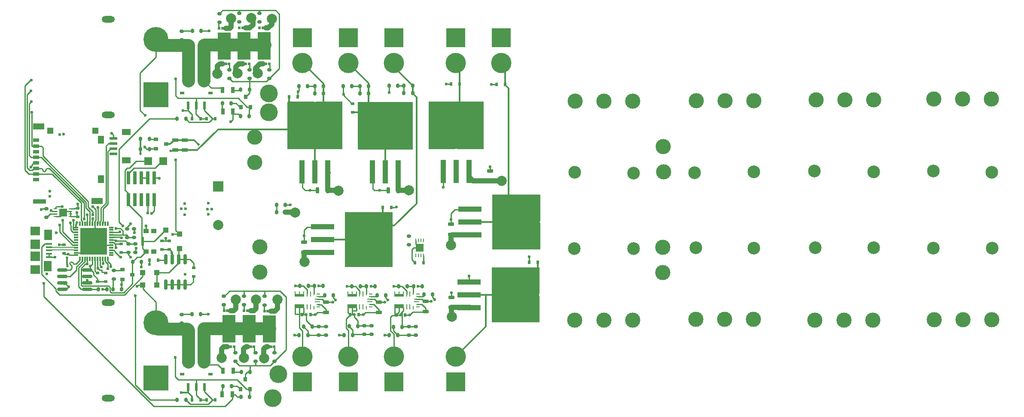
<source format=gbr>
%TF.GenerationSoftware,KiCad,Pcbnew,(6.0.10-0)*%
%TF.CreationDate,2023-02-23T20:38:24-08:00*%
%TF.ProjectId,1.0,312e302e-6b69-4636-9164-5f7063625858,rev?*%
%TF.SameCoordinates,Original*%
%TF.FileFunction,Copper,L1,Top*%
%TF.FilePolarity,Positive*%
%FSLAX46Y46*%
G04 Gerber Fmt 4.6, Leading zero omitted, Abs format (unit mm)*
G04 Created by KiCad (PCBNEW (6.0.10-0)) date 2023-02-23 20:38:24*
%MOMM*%
%LPD*%
G01*
G04 APERTURE LIST*
G04 Aperture macros list*
%AMRoundRect*
0 Rectangle with rounded corners*
0 $1 Rounding radius*
0 $2 $3 $4 $5 $6 $7 $8 $9 X,Y pos of 4 corners*
0 Add a 4 corners polygon primitive as box body*
4,1,4,$2,$3,$4,$5,$6,$7,$8,$9,$2,$3,0*
0 Add four circle primitives for the rounded corners*
1,1,$1+$1,$2,$3*
1,1,$1+$1,$4,$5*
1,1,$1+$1,$6,$7*
1,1,$1+$1,$8,$9*
0 Add four rect primitives between the rounded corners*
20,1,$1+$1,$2,$3,$4,$5,0*
20,1,$1+$1,$4,$5,$6,$7,0*
20,1,$1+$1,$6,$7,$8,$9,0*
20,1,$1+$1,$8,$9,$2,$3,0*%
%AMFreePoly0*
4,1,37,1.753536,1.228536,1.755000,1.225000,1.755000,0.725000,1.753536,0.721464,1.750000,0.720000,1.345000,0.720000,1.345000,0.580000,1.750000,0.580000,1.753536,0.578536,1.755000,0.575000,1.755000,0.075000,1.753536,0.071464,1.750000,0.070000,1.345000,0.070000,1.345000,-0.070000,1.750000,-0.070000,1.753536,-0.071464,1.755000,-0.075000,1.755000,-0.575000,1.753536,-0.578536,
1.750000,-0.580000,1.345000,-0.580000,1.345000,-0.720000,1.750000,-0.720000,1.753536,-0.721464,1.755000,-0.725000,1.755000,-1.225000,1.753536,-1.228536,1.750000,-1.230000,-0.560000,-1.230000,-0.563536,-1.228536,-0.565000,-1.225000,-0.565000,1.225000,-0.563536,1.228536,-0.560000,1.230000,1.750000,1.230000,1.753536,1.228536,1.753536,1.228536,$1*%
G04 Aperture macros list end*
%TA.AperFunction,ComponentPad*%
%ADD10R,3.800000X3.800000*%
%TD*%
%TA.AperFunction,ComponentPad*%
%ADD11C,4.000000*%
%TD*%
%TA.AperFunction,SMDPad,CuDef*%
%ADD12R,0.800000X0.600000*%
%TD*%
%TA.AperFunction,SMDPad,CuDef*%
%ADD13RoundRect,0.150000X-0.250000X0.150000X-0.250000X-0.150000X0.250000X-0.150000X0.250000X0.150000X0*%
%TD*%
%TA.AperFunction,SMDPad,CuDef*%
%ADD14R,0.600000X0.800000*%
%TD*%
%TA.AperFunction,SMDPad,CuDef*%
%ADD15R,1.200000X0.700000*%
%TD*%
%TA.AperFunction,SMDPad,CuDef*%
%ADD16R,1.100000X1.100000*%
%TD*%
%TA.AperFunction,SMDPad,CuDef*%
%ADD17RoundRect,0.150000X0.150000X0.250000X-0.150000X0.250000X-0.150000X-0.250000X0.150000X-0.250000X0*%
%TD*%
%TA.AperFunction,SMDPad,CuDef*%
%ADD18R,0.700000X1.200000*%
%TD*%
%TA.AperFunction,ComponentPad*%
%ADD19R,1.500000X1.500000*%
%TD*%
%TA.AperFunction,SMDPad,CuDef*%
%ADD20RoundRect,0.175000X0.175000X0.425000X-0.175000X0.425000X-0.175000X-0.425000X0.175000X-0.425000X0*%
%TD*%
%TA.AperFunction,SMDPad,CuDef*%
%ADD21R,1.800000X1.200000*%
%TD*%
%TA.AperFunction,SMDPad,CuDef*%
%ADD22R,1.550000X0.600000*%
%TD*%
%TA.AperFunction,SMDPad,CuDef*%
%ADD23RoundRect,0.175000X0.425000X-0.175000X0.425000X0.175000X-0.425000X0.175000X-0.425000X-0.175000X0*%
%TD*%
%TA.AperFunction,SMDPad,CuDef*%
%ADD24R,0.900000X0.800000*%
%TD*%
%TA.AperFunction,SMDPad,CuDef*%
%ADD25R,4.600000X1.100000*%
%TD*%
%TA.AperFunction,SMDPad,CuDef*%
%ADD26R,4.550000X5.250000*%
%TD*%
%TA.AperFunction,SMDPad,CuDef*%
%ADD27R,9.400000X10.800000*%
%TD*%
%TA.AperFunction,SMDPad,CuDef*%
%ADD28R,0.500000X0.630000*%
%TD*%
%TA.AperFunction,SMDPad,CuDef*%
%ADD29FreePoly0,90.000000*%
%TD*%
%TA.AperFunction,SMDPad,CuDef*%
%ADD30FreePoly0,270.000000*%
%TD*%
%TA.AperFunction,ComponentPad*%
%ADD31C,3.000000*%
%TD*%
%TA.AperFunction,SMDPad,CuDef*%
%ADD32R,0.500000X1.600000*%
%TD*%
%TA.AperFunction,SMDPad,CuDef*%
%ADD33R,0.900000X0.600000*%
%TD*%
%TA.AperFunction,SMDPad,CuDef*%
%ADD34R,1.800000X1.700000*%
%TD*%
%TA.AperFunction,SMDPad,CuDef*%
%ADD35RoundRect,0.150000X-0.150000X-0.250000X0.150000X-0.250000X0.150000X0.250000X-0.150000X0.250000X0*%
%TD*%
%TA.AperFunction,SMDPad,CuDef*%
%ADD36R,0.800000X0.900000*%
%TD*%
%TA.AperFunction,SMDPad,CuDef*%
%ADD37RoundRect,0.150000X0.250000X-0.150000X0.250000X0.150000X-0.250000X0.150000X-0.250000X-0.150000X0*%
%TD*%
%TA.AperFunction,SMDPad,CuDef*%
%ADD38R,0.760000X2.600000*%
%TD*%
%TA.AperFunction,SMDPad,CuDef*%
%ADD39R,1.000000X0.900000*%
%TD*%
%TA.AperFunction,SMDPad,CuDef*%
%ADD40R,0.550000X1.700000*%
%TD*%
%TA.AperFunction,ComponentPad*%
%ADD41O,2.600000X1.300000*%
%TD*%
%TA.AperFunction,ComponentPad*%
%ADD42R,4.916000X4.916000*%
%TD*%
%TA.AperFunction,ComponentPad*%
%ADD43C,4.916000*%
%TD*%
%TA.AperFunction,SMDPad,CuDef*%
%ADD44R,1.000000X1.000000*%
%TD*%
%TA.AperFunction,SMDPad,CuDef*%
%ADD45R,0.850000X0.300000*%
%TD*%
%TA.AperFunction,SMDPad,CuDef*%
%ADD46R,0.300000X0.850000*%
%TD*%
%TA.AperFunction,SMDPad,CuDef*%
%ADD47R,5.250000X5.250000*%
%TD*%
%TA.AperFunction,SMDPad,CuDef*%
%ADD48R,1.100000X4.600000*%
%TD*%
%TA.AperFunction,SMDPad,CuDef*%
%ADD49R,5.250000X4.550000*%
%TD*%
%TA.AperFunction,SMDPad,CuDef*%
%ADD50R,10.800000X9.400000*%
%TD*%
%TA.AperFunction,SMDPad,CuDef*%
%ADD51R,0.254800X0.757199*%
%TD*%
%TA.AperFunction,SMDPad,CuDef*%
%ADD52R,1.600200X1.600200*%
%TD*%
%TA.AperFunction,SMDPad,CuDef*%
%ADD53RoundRect,0.150000X0.825000X0.150000X-0.825000X0.150000X-0.825000X-0.150000X0.825000X-0.150000X0*%
%TD*%
%TA.AperFunction,SMDPad,CuDef*%
%ADD54RoundRect,0.175000X-0.425000X0.175000X-0.425000X-0.175000X0.425000X-0.175000X0.425000X0.175000X0*%
%TD*%
%TA.AperFunction,SMDPad,CuDef*%
%ADD55R,0.250000X0.800000*%
%TD*%
%TA.AperFunction,SMDPad,CuDef*%
%ADD56R,0.250000X1.100000*%
%TD*%
%TA.AperFunction,SMDPad,CuDef*%
%ADD57R,0.250000X0.700000*%
%TD*%
%TA.AperFunction,SMDPad,CuDef*%
%ADD58R,0.700000X0.250000*%
%TD*%
%TA.AperFunction,SMDPad,CuDef*%
%ADD59R,1.100000X0.250000*%
%TD*%
%TA.AperFunction,SMDPad,CuDef*%
%ADD60R,1.950000X0.600000*%
%TD*%
%TA.AperFunction,SMDPad,CuDef*%
%ADD61R,2.500000X0.950000*%
%TD*%
%TA.AperFunction,SMDPad,CuDef*%
%ADD62R,1.150000X1.500000*%
%TD*%
%TA.AperFunction,SMDPad,CuDef*%
%ADD63R,2.200000X1.150000*%
%TD*%
%TA.AperFunction,SMDPad,CuDef*%
%ADD64R,1.240000X0.800000*%
%TD*%
%TA.AperFunction,SMDPad,CuDef*%
%ADD65R,1.250000X1.250000*%
%TD*%
%TA.AperFunction,SMDPad,CuDef*%
%ADD66R,1.200000X1.200000*%
%TD*%
%TA.AperFunction,SMDPad,CuDef*%
%ADD67R,0.757199X0.254800*%
%TD*%
%TA.AperFunction,ComponentPad*%
%ADD68R,2.000000X2.000000*%
%TD*%
%TA.AperFunction,ComponentPad*%
%ADD69C,2.000000*%
%TD*%
%TA.AperFunction,SMDPad,CuDef*%
%ADD70R,1.900000X1.800000*%
%TD*%
%TA.AperFunction,SMDPad,CuDef*%
%ADD71R,1.900000X1.900000*%
%TD*%
%TA.AperFunction,SMDPad,CuDef*%
%ADD72R,1.600000X2.100000*%
%TD*%
%TA.AperFunction,SMDPad,CuDef*%
%ADD73R,1.300000X0.400000*%
%TD*%
%TA.AperFunction,SMDPad,CuDef*%
%ADD74RoundRect,0.150000X-0.150000X0.825000X-0.150000X-0.825000X0.150000X-0.825000X0.150000X0.825000X0*%
%TD*%
%TA.AperFunction,ViaPad*%
%ADD75C,0.600000*%
%TD*%
%TA.AperFunction,ViaPad*%
%ADD76C,3.500000*%
%TD*%
%TA.AperFunction,ViaPad*%
%ADD77C,2.500000*%
%TD*%
%TA.AperFunction,ViaPad*%
%ADD78C,2.000000*%
%TD*%
%TA.AperFunction,ViaPad*%
%ADD79C,0.500000*%
%TD*%
%TA.AperFunction,Conductor*%
%ADD80C,0.250000*%
%TD*%
%TA.AperFunction,Conductor*%
%ADD81C,0.350000*%
%TD*%
%TA.AperFunction,Conductor*%
%ADD82C,1.000000*%
%TD*%
%TA.AperFunction,Conductor*%
%ADD83C,2.500000*%
%TD*%
%TA.AperFunction,Conductor*%
%ADD84C,0.200000*%
%TD*%
G04 APERTURE END LIST*
D10*
%TO.P,U22,1,-*%
%TO.N,GND*%
X223200000Y-106150000D03*
D11*
%TO.P,U22,2,+*%
%TO.N,5V_3*%
X223200000Y-111150000D03*
%TD*%
D12*
%TO.P,C22,1*%
%TO.N,5V_2*%
X215050000Y-120900000D03*
%TO.P,C22,2*%
%TO.N,GND*%
X215050000Y-119200000D03*
%TD*%
D13*
%TO.P,R18,1*%
%TO.N,/batt_ctl/BATT_1_VSENSE*%
X170850000Y-146900000D03*
%TO.P,R18,2*%
%TO.N,GNDD*%
X170850000Y-148600000D03*
%TD*%
D14*
%TO.P,C29,1*%
%TO.N,GNDD*%
X227340000Y-150630000D03*
%TO.P,C29,2*%
%TO.N,+3V3*%
X229040000Y-150630000D03*
%TD*%
D15*
%TO.P,R51,1*%
%TO.N,+5V*%
X180150000Y-128400000D03*
%TO.P,R51,2*%
%TO.N,Net-(Q8-Pad3)*%
X180150000Y-126400000D03*
%TD*%
D16*
%TO.P,D2,1,K*%
%TO.N,Net-(C33-Pad2)*%
X176500000Y-155000000D03*
%TO.P,D2,2,A*%
%TO.N,BATT_1_PWR*%
X173700000Y-155000000D03*
%TD*%
D17*
%TO.P,R1,1*%
%TO.N,+3V3*%
X166650000Y-155850000D03*
%TO.P,R1,2*%
%TO.N,/processor/FLASH_CS*%
X164950000Y-155850000D03*
%TD*%
%TO.P,R45,1*%
%TO.N,+5V*%
X209300000Y-115750000D03*
%TO.P,R45,2*%
%TO.N,Net-(D9-Pad2)*%
X207600000Y-115750000D03*
%TD*%
D14*
%TO.P,C20,1*%
%TO.N,5V_3*%
X220975000Y-139675000D03*
%TO.P,C20,2*%
%TO.N,GND*%
X222675000Y-139675000D03*
%TD*%
D18*
%TO.P,R25,1*%
%TO.N,/batt_ctl/BATT_2_CTL*%
X191500000Y-120725000D03*
%TO.P,R25,2*%
%TO.N,Net-(R25-Pad2)*%
X189500000Y-120725000D03*
%TD*%
D14*
%TO.P,C14,1*%
%TO.N,3-3V_1*%
X223750000Y-160940000D03*
%TO.P,C14,2*%
%TO.N,GND*%
X225450000Y-160940000D03*
%TD*%
D12*
%TO.P,C32,1*%
%TO.N,+3V3*%
X158200000Y-148750000D03*
%TO.P,C32,2*%
%TO.N,GNDD*%
X158200000Y-147050000D03*
%TD*%
D19*
%TO.P,P2,1,1*%
%TO.N,/~{RESET_RAW}*%
X174800000Y-130600000D03*
%TD*%
D10*
%TO.P,U17,1,-*%
%TO.N,GND*%
X223200000Y-174150000D03*
D11*
%TO.P,U17,2,+*%
%TO.N,3-3V_1*%
X223200000Y-169150000D03*
%TD*%
D20*
%TO.P,C19,1*%
%TO.N,+BATT*%
X224100000Y-136350000D03*
%TO.P,C19,2*%
%TO.N,GND*%
X222100000Y-136350000D03*
%TD*%
D13*
%TO.P,R59,1*%
%TO.N,3-3V_3*%
X208395000Y-163230000D03*
%TO.P,R59,2*%
%TO.N,Net-(D6-Pad2)*%
X208395000Y-164930000D03*
%TD*%
D21*
%TO.P,J1,*%
%TO.N,*%
X170477500Y-124800000D03*
X170477500Y-130400000D03*
D22*
%TO.P,J1,1*%
%TO.N,/RESET*%
X167952500Y-129100000D03*
%TO.P,J1,2*%
%TO.N,/SERIAL1_TX*%
X167952500Y-128100000D03*
%TO.P,J1,3*%
%TO.N,/SERIAL1_RX*%
X167952500Y-127100000D03*
%TO.P,J1,4*%
%TO.N,GNDD*%
X167952500Y-126100000D03*
%TD*%
D23*
%TO.P,C25,1*%
%TO.N,+BATT*%
X234475000Y-145025000D03*
%TO.P,C25,2*%
%TO.N,GND*%
X234475000Y-143025000D03*
%TD*%
D24*
%TO.P,Q1,1,B*%
%TO.N,Net-(Q1-Pad1)*%
X169675000Y-152025000D03*
%TO.P,Q1,2,E*%
%TO.N,GNDD*%
X169675000Y-153925000D03*
%TO.P,Q1,3,C*%
%TO.N,/~{RESET_RAW}*%
X171675000Y-152975000D03*
%TD*%
D25*
%TO.P,U12,1,ADJ*%
%TO.N,GND*%
X238200000Y-140035000D03*
D26*
%TO.P,U12,2,VOUT*%
%TO.N,12V_3*%
X244925000Y-145350000D03*
D27*
X247350000Y-142575000D03*
D26*
X249775000Y-139800000D03*
X244925000Y-139800000D03*
X249775000Y-145350000D03*
D25*
X238200000Y-142575000D03*
%TO.P,U12,3,VIN*%
%TO.N,+BATT*%
X238200000Y-145115000D03*
%TD*%
D10*
%TO.P,U20,1,-*%
%TO.N,GND*%
X205200000Y-106150000D03*
D11*
%TO.P,U20,2,+*%
%TO.N,+5V*%
X205200000Y-111150000D03*
%TD*%
D28*
%TO.P,Q10,1,S*%
%TO.N,+BATT*%
X190075000Y-111322500D03*
X188775000Y-111322500D03*
X189425000Y-111322500D03*
%TO.P,Q10,2,G*%
%TO.N,Net-(Q10-Pad2)*%
X190725000Y-111322500D03*
D29*
%TO.P,Q10,3,D*%
%TO.N,Net-(Q10-Pad3)*%
X189750000Y-109887500D03*
%TD*%
D17*
%TO.P,R28,1*%
%TO.N,Net-(Q7-Pad3)*%
X194725000Y-116425000D03*
%TO.P,R28,2*%
%TO.N,Net-(R27-Pad1)*%
X193025000Y-116425000D03*
%TD*%
D28*
%TO.P,Q13,1,S*%
%TO.N,+BATT*%
X198350000Y-160165000D03*
X199650000Y-160165000D03*
X199000000Y-160165000D03*
%TO.P,Q13,2,G*%
%TO.N,Net-(Q13-Pad2)*%
X197700000Y-160165000D03*
D30*
%TO.P,Q13,3,D*%
%TO.N,Net-(Q13-Pad3)*%
X198675000Y-161600000D03*
%TD*%
D17*
%TO.P,R44,1*%
%TO.N,+5V*%
X209300000Y-117150000D03*
%TO.P,R44,2*%
%TO.N,Net-(D9-Pad2)*%
X207600000Y-117150000D03*
%TD*%
%TO.P,R10,1*%
%TO.N,Net-(Q2-Pad1)*%
X191200000Y-175000000D03*
%TO.P,R10,2*%
%TO.N,Net-(R10-Pad2)*%
X189500000Y-175000000D03*
%TD*%
D31*
%TO.P,J10,1*%
%TO.N,Net-(J10-Pad1)*%
X317800000Y-118430000D03*
%TO.P,J10,2*%
%TO.N,Net-(J10-Pad2)*%
X312100000Y-118430000D03*
%TO.P,J10,3*%
%TO.N,Net-(J10-Pad3)*%
X306400000Y-118430000D03*
%TD*%
D13*
%TO.P,R55,1*%
%TO.N,Net-(Q10-Pad2)*%
X190775000Y-112525000D03*
%TO.P,R55,2*%
%TO.N,Net-(Q7-Pad3)*%
X190775000Y-114225000D03*
%TD*%
D32*
%TO.P,U2,1,VCC*%
%TO.N,+3V3*%
X182650000Y-175150000D03*
%TO.P,U2,2,GND*%
%TO.N,GNDD*%
X184250000Y-175150000D03*
%TO.P,U2,3,VOUT*%
%TO.N,Net-(C4-Pad2)*%
X185850000Y-175150000D03*
D33*
%TO.P,U2,4,NC*%
%TO.N,unconnected-(U2-Pad4)*%
X187050000Y-172650000D03*
D34*
%TO.P,U2,5,IP+*%
%TO.N,Net-(Q13-Pad3)*%
X185750000Y-170300000D03*
%TO.P,U2,6,IP-*%
%TO.N,BATT_1_PWR*%
X182750000Y-170300000D03*
D33*
%TO.P,U2,7,NC*%
%TO.N,unconnected-(U2-Pad7)*%
X181450000Y-172650000D03*
%TD*%
D35*
%TO.P,R7,1*%
%TO.N,/batt_ctl/BATT_1_CURR*%
X180500000Y-177750000D03*
%TO.P,R7,2*%
%TO.N,Net-(C4-Pad2)*%
X182200000Y-177750000D03*
%TD*%
%TO.P,D9,1,K*%
%TO.N,GND*%
X204500000Y-115750000D03*
%TO.P,D9,2,A*%
%TO.N,Net-(D9-Pad2)*%
X206200000Y-115750000D03*
%TD*%
D17*
%TO.P,R12,1*%
%TO.N,Net-(Q2-Pad3)*%
X194825000Y-172200000D03*
%TO.P,R12,2*%
%TO.N,Net-(R11-Pad1)*%
X193125000Y-172200000D03*
%TD*%
D14*
%TO.P,C28,1*%
%TO.N,+12V*%
X251575000Y-150580000D03*
%TO.P,C28,2*%
%TO.N,GND*%
X249875000Y-150580000D03*
%TD*%
D25*
%TO.P,U7,1,ADJ*%
%TO.N,GND*%
X209125000Y-143535000D03*
D26*
%TO.P,U7,2,VOUT*%
%TO.N,5V_3*%
X215850000Y-148850000D03*
D27*
X218275000Y-146075000D03*
D26*
X220700000Y-148850000D03*
D25*
X209125000Y-146075000D03*
D26*
X220700000Y-143300000D03*
X215850000Y-143300000D03*
D25*
%TO.P,U7,3,VIN*%
%TO.N,+BATT*%
X209125000Y-148615000D03*
%TD*%
D13*
%TO.P,R19,1*%
%TO.N,BATT_2_PWR*%
X172000000Y-143950000D03*
%TO.P,R19,2*%
%TO.N,/batt_ctl/BATT_2_VSENSE*%
X172000000Y-145650000D03*
%TD*%
D12*
%TO.P,C2,1*%
%TO.N,Net-(C2-Pad1)*%
X164775000Y-152625000D03*
%TO.P,C2,2*%
%TO.N,GNDD*%
X164775000Y-154325000D03*
%TD*%
D19*
%TO.P,P1,1,1*%
%TO.N,Net-(P1-Pad1)*%
X177775000Y-130600000D03*
%TD*%
D12*
%TO.P,C33,1*%
%TO.N,GNDD*%
X183725000Y-153375000D03*
%TO.P,C33,2*%
%TO.N,Net-(C33-Pad2)*%
X183725000Y-151675000D03*
%TD*%
D14*
%TO.P,C34,1*%
%TO.N,Net-(C34-Pad1)*%
X176750000Y-150100000D03*
%TO.P,C34,2*%
%TO.N,GNDD*%
X175050000Y-150100000D03*
%TD*%
D28*
%TO.P,Q14,1,S*%
%TO.N,+BATT*%
X198975000Y-167200000D03*
X197675000Y-167200000D03*
X198325000Y-167200000D03*
%TO.P,Q14,2,G*%
%TO.N,Net-(Q14-Pad2)*%
X199625000Y-167200000D03*
D29*
%TO.P,Q14,3,D*%
%TO.N,Net-(Q13-Pad3)*%
X198650000Y-165765000D03*
%TD*%
D13*
%TO.P,R63,1*%
%TO.N,Net-(Q14-Pad2)*%
X199700000Y-168400000D03*
%TO.P,R63,2*%
%TO.N,Net-(Q2-Pad3)*%
X199700000Y-170100000D03*
%TD*%
D36*
%TO.P,Q7,1,B*%
%TO.N,Net-(Q7-Pad1)*%
X193050000Y-119875000D03*
%TO.P,Q7,2,E*%
%TO.N,GNDD*%
X194950000Y-119875000D03*
%TO.P,Q7,3,C*%
%TO.N,Net-(Q7-Pad3)*%
X194000000Y-117875000D03*
%TD*%
D10*
%TO.P,U23,1,-*%
%TO.N,GND*%
X235400000Y-174200000D03*
D11*
%TO.P,U23,2,+*%
%TO.N,+12V*%
X235400000Y-169200000D03*
%TD*%
D37*
%TO.P,R57,1*%
%TO.N,Net-(Q12-Pad2)*%
X192750000Y-103075000D03*
%TO.P,R57,2*%
%TO.N,Net-(Q7-Pad3)*%
X192750000Y-101375000D03*
%TD*%
D17*
%TO.P,R60,1*%
%TO.N,5V_3*%
X226900000Y-117100000D03*
%TO.P,R60,2*%
%TO.N,Net-(D11-Pad2)*%
X225200000Y-117100000D03*
%TD*%
D31*
%TO.P,C5,1*%
%TO.N,+BATT*%
X196840000Y-152530000D03*
%TO.P,C5,2*%
%TO.N,GND*%
X196790000Y-147530000D03*
%TD*%
D20*
%TO.P,C18,1*%
%TO.N,+BATT*%
X210175000Y-136300000D03*
%TO.P,C18,2*%
%TO.N,GND*%
X208175000Y-136300000D03*
%TD*%
D10*
%TO.P,U18,1,-*%
%TO.N,GND*%
X214200000Y-174150000D03*
D11*
%TO.P,U18,2,+*%
%TO.N,3-3V_2*%
X214200000Y-169150000D03*
%TD*%
D17*
%TO.P,R4,1*%
%TO.N,+3V3*%
X173400000Y-150450000D03*
%TO.P,R4,2*%
%TO.N,/~{RESET_RAW}*%
X171700000Y-150450000D03*
%TD*%
D37*
%TO.P,R20,1*%
%TO.N,/batt_ctl/BATT_2_VSENSE*%
X170600000Y-145650000D03*
%TO.P,R20,2*%
%TO.N,GNDD*%
X170600000Y-143950000D03*
%TD*%
D31*
%TO.P,J12,1*%
%TO.N,Net-(J12-Pad1)*%
X329690000Y-161895000D03*
%TO.P,J12,2*%
%TO.N,Net-(J12-Pad2)*%
X335390000Y-161895000D03*
%TO.P,J12,3*%
%TO.N,Net-(J12-Pad3)*%
X341090000Y-161895000D03*
%TD*%
D38*
%TO.P,U1,1,Vref*%
%TO.N,+3V3*%
X175990000Y-133910039D03*
%TO.P,U1,2,SWDIO/TMS*%
%TO.N,/SWDIO*%
X175990000Y-138210039D03*
%TO.P,U1,3,GND*%
%TO.N,GNDD*%
X174720000Y-133910039D03*
%TO.P,U1,4,SWDCLK/TCK*%
%TO.N,/SWCLK*%
X174720000Y-138210039D03*
%TO.P,U1,5,GND*%
%TO.N,GNDD*%
X173450000Y-133910039D03*
%TO.P,U1,6,SWO/TDO*%
%TO.N,unconnected-(U1-Pad6)*%
X173450000Y-138210039D03*
%TO.P,U1,7,KEY*%
%TO.N,unconnected-(U1-Pad7)*%
X172180000Y-133910039D03*
%TO.P,U1,8,NC/TDI*%
%TO.N,unconnected-(U1-Pad8)*%
X172180000Y-138210039D03*
%TO.P,U1,9,GNDDetect*%
%TO.N,Net-(P1-Pad1)*%
X170910000Y-133910039D03*
%TO.P,U1,10,~{RESET}*%
%TO.N,/~{RESET_RAW}*%
X170910000Y-138210039D03*
%TD*%
D17*
%TO.P,R32,1*%
%TO.N,3-3V_1*%
X228770000Y-155285000D03*
%TO.P,R32,2*%
%TO.N,Net-(R32-Pad2)*%
X227070000Y-155285000D03*
%TD*%
D13*
%TO.P,R54,1*%
%TO.N,Net-(Q9-Pad2)*%
X194725000Y-112550000D03*
%TO.P,R54,2*%
%TO.N,Net-(Q7-Pad3)*%
X194725000Y-114250000D03*
%TD*%
D18*
%TO.P,R27,1*%
%TO.N,Net-(R27-Pad1)*%
X191425000Y-116475000D03*
%TO.P,R27,2*%
%TO.N,Net-(Q10-Pad3)*%
X189425000Y-116475000D03*
%TD*%
D17*
%TO.P,R15,1*%
%TO.N,+BATT*%
X201800000Y-140650000D03*
%TO.P,R15,2*%
%TO.N,Net-(D5-Pad2)*%
X200100000Y-140650000D03*
%TD*%
%TO.P,R26,1*%
%TO.N,Net-(Q7-Pad1)*%
X191150000Y-119125000D03*
%TO.P,R26,2*%
%TO.N,Net-(R25-Pad2)*%
X189450000Y-119125000D03*
%TD*%
%TO.P,R61,1*%
%TO.N,5V_3*%
X226900000Y-115700000D03*
%TO.P,R61,2*%
%TO.N,Net-(D11-Pad2)*%
X225200000Y-115700000D03*
%TD*%
D25*
%TO.P,U10,1,ADJ*%
%TO.N,GND*%
X238050000Y-154440000D03*
%TO.P,U10,2,VOUT*%
%TO.N,+12V*%
X238050000Y-156980000D03*
D26*
X244775000Y-154205000D03*
X244775000Y-159755000D03*
X249625000Y-154205000D03*
X249625000Y-159755000D03*
D27*
X247200000Y-156980000D03*
D25*
%TO.P,U10,3,VIN*%
%TO.N,+BATT*%
X238050000Y-159520000D03*
%TD*%
D14*
%TO.P,C27,1*%
%TO.N,12V_2*%
X236175000Y-115350000D03*
%TO.P,C27,2*%
%TO.N,GND*%
X234475000Y-115350000D03*
%TD*%
%TO.P,C4,1*%
%TO.N,GNDD*%
X186300000Y-177750000D03*
%TO.P,C4,2*%
%TO.N,Net-(C4-Pad2)*%
X188000000Y-177750000D03*
%TD*%
D32*
%TO.P,U3,1,VCC*%
%TO.N,+3V3*%
X182650000Y-119575000D03*
%TO.P,U3,2,GND*%
%TO.N,GNDD*%
X184250000Y-119575000D03*
%TO.P,U3,3,VOUT*%
%TO.N,Net-(C8-Pad2)*%
X185850000Y-119575000D03*
D33*
%TO.P,U3,4,NC*%
%TO.N,unconnected-(U3-Pad4)*%
X187050000Y-117075000D03*
D34*
%TO.P,U3,5,IP+*%
%TO.N,Net-(Q10-Pad3)*%
X185750000Y-114725000D03*
%TO.P,U3,6,IP-*%
%TO.N,BATT_2_PWR*%
X182750000Y-114725000D03*
D33*
%TO.P,U3,7,NC*%
%TO.N,unconnected-(U3-Pad7)*%
X181450000Y-117075000D03*
%TD*%
D13*
%TO.P,R3,1*%
%TO.N,Net-(Q1-Pad1)*%
X168050000Y-152125000D03*
%TO.P,R3,2*%
%TO.N,/RESET*%
X168050000Y-153825000D03*
%TD*%
D17*
%TO.P,R35,1*%
%TO.N,Net-(R34-Pad2)*%
X216625000Y-155300000D03*
%TO.P,R35,2*%
%TO.N,GND*%
X214925000Y-155300000D03*
%TD*%
%TO.P,R31,1*%
%TO.N,+BATT*%
X211275000Y-157100000D03*
%TO.P,R31,2*%
%TO.N,Net-(R31-Pad2)*%
X209575000Y-157100000D03*
%TD*%
D31*
%TO.P,C10,1*%
%TO.N,+BATT*%
X195750000Y-125840000D03*
%TO.P,C10,2*%
%TO.N,GND*%
X195800000Y-130840000D03*
%TD*%
D39*
%TO.P,SW1,1,1*%
%TO.N,/~{RESET_RAW}*%
X174325000Y-148425000D03*
D40*
X173700000Y-146375000D03*
D39*
%TO.P,SW1,2,2*%
%TO.N,unconnected-(SW1-Pad2)*%
X175925000Y-148425000D03*
%TO.P,SW1,3,3*%
%TO.N,GNDD*%
X174325000Y-144325000D03*
%TO.P,SW1,4,4*%
%TO.N,unconnected-(SW1-Pad4)*%
X175925000Y-144325000D03*
%TD*%
D41*
%TO.P,U16,*%
%TO.N,*%
X166890000Y-102560000D03*
X166890000Y-121460000D03*
D42*
%TO.P,U16,1,-*%
%TO.N,GND*%
X176290000Y-117460000D03*
D43*
%TO.P,U16,2,+*%
%TO.N,BATT_2_PWR*%
X176290000Y-106560000D03*
%TD*%
D17*
%TO.P,R46,1*%
%TO.N,5V_2*%
X218200000Y-117150000D03*
%TO.P,R46,2*%
%TO.N,Net-(D10-Pad2)*%
X216500000Y-117150000D03*
%TD*%
D13*
%TO.P,R48,1*%
%TO.N,Net-(R48-Pad1)*%
X226220000Y-145360000D03*
%TO.P,R48,2*%
%TO.N,+3V3*%
X226220000Y-147060000D03*
%TD*%
D14*
%TO.P,C7,1*%
%TO.N,GNDD*%
X185100000Y-122150000D03*
%TO.P,C7,2*%
%TO.N,+3V3*%
X183400000Y-122150000D03*
%TD*%
D17*
%TO.P,R50,1*%
%TO.N,Net-(Q8-Pad1)*%
X175000000Y-126200000D03*
%TO.P,R50,2*%
%TO.N,/BUZZER*%
X173300000Y-126200000D03*
%TD*%
%TO.P,R37,1*%
%TO.N,Net-(R36-Pad2)*%
X206375000Y-155198250D03*
%TO.P,R37,2*%
%TO.N,GND*%
X204675000Y-155198250D03*
%TD*%
D14*
%TO.P,C26,1*%
%TO.N,12V_3*%
X245175000Y-115450000D03*
%TO.P,C26,2*%
%TO.N,GND*%
X243475000Y-115450000D03*
%TD*%
D13*
%TO.P,R64,1*%
%TO.N,Net-(Q15-Pad2)*%
X198700000Y-112525000D03*
%TO.P,R64,2*%
%TO.N,Net-(Q7-Pad3)*%
X198700000Y-114225000D03*
%TD*%
D23*
%TO.P,C24,1*%
%TO.N,+BATT*%
X242150000Y-134500000D03*
%TO.P,C24,2*%
%TO.N,GND*%
X242150000Y-132500000D03*
%TD*%
D37*
%TO.P,R65,1*%
%TO.N,Net-(Q16-Pad2)*%
X196700000Y-103050000D03*
%TO.P,R65,2*%
%TO.N,Net-(Q7-Pad3)*%
X196700000Y-101350000D03*
%TD*%
%TO.P,R56,1*%
%TO.N,Net-(Q11-Pad2)*%
X188800000Y-103100000D03*
%TO.P,R56,2*%
%TO.N,Net-(Q7-Pad3)*%
X188800000Y-101400000D03*
%TD*%
D31*
%TO.P,J13,1*%
%TO.N,Net-(J13-Pad1)*%
X258890000Y-161995000D03*
%TO.P,J13,2*%
%TO.N,Net-(J13-Pad2)*%
X264590000Y-161995000D03*
%TO.P,J13,3*%
%TO.N,Net-(J13-Pad3)*%
X270290000Y-161995000D03*
%TD*%
D44*
%TO.P,TP1,1*%
%TO.N,/~{RESET_RAW}*%
X178225000Y-144175000D03*
%TD*%
D28*
%TO.P,Q15,1,S*%
%TO.N,+BATT*%
X198000000Y-111335000D03*
X197350000Y-111335000D03*
X196700000Y-111335000D03*
%TO.P,Q15,2,G*%
%TO.N,Net-(Q15-Pad2)*%
X198650000Y-111335000D03*
D29*
%TO.P,Q15,3,D*%
%TO.N,Net-(Q10-Pad3)*%
X197675000Y-109900000D03*
%TD*%
D18*
%TO.P,R8,1*%
%TO.N,/batt_ctl/BATT_1_CTL*%
X191350000Y-176600000D03*
%TO.P,R8,2*%
%TO.N,Net-(R10-Pad2)*%
X189350000Y-176600000D03*
%TD*%
D13*
%TO.P,R21,1*%
%TO.N,Net-(Q5-Pad2)*%
X191975000Y-168425000D03*
%TO.P,R21,2*%
%TO.N,Net-(Q2-Pad3)*%
X191975000Y-170125000D03*
%TD*%
D17*
%TO.P,R29,1*%
%TO.N,+BATT*%
X230870000Y-156935000D03*
%TO.P,R29,2*%
%TO.N,Net-(R29-Pad2)*%
X229170000Y-156935000D03*
%TD*%
D45*
%TO.P,IC2,1,PA00*%
%TO.N,unconnected-(IC2-Pad1)*%
X167500000Y-149150000D03*
%TO.P,IC2,2,PA01*%
%TO.N,unconnected-(IC2-Pad2)*%
X167500000Y-148650000D03*
%TO.P,IC2,3,PA02*%
%TO.N,/A0_SENSE*%
X167500000Y-148150000D03*
%TO.P,IC2,4,PA03*%
%TO.N,unconnected-(IC2-Pad4)*%
X167500000Y-147650000D03*
%TO.P,IC2,5,GNDANA*%
%TO.N,GNDD*%
X167500000Y-147150000D03*
%TO.P,IC2,6,VDDANA*%
%TO.N,+3V3*%
X167500000Y-146650000D03*
%TO.P,IC2,7,PB08*%
%TO.N,/batt_ctl/BATT_1_VSENSE*%
X167500000Y-146150000D03*
%TO.P,IC2,8,PB09*%
%TO.N,/batt_ctl/BATT_1_CURR*%
X167500000Y-145650000D03*
%TO.P,IC2,9,PA04*%
%TO.N,/batt_ctl/BATT_2_VSENSE*%
X167500000Y-145150000D03*
%TO.P,IC2,10,PA05*%
%TO.N,/batt_ctl/BATT_2_CURR*%
X167500000Y-144650000D03*
%TO.P,IC2,11,PA06*%
%TO.N,unconnected-(IC2-Pad11)*%
X167500000Y-144150000D03*
%TO.P,IC2,12,PA07*%
%TO.N,unconnected-(IC2-Pad12)*%
X167500000Y-143650000D03*
D46*
%TO.P,IC2,13,PA08*%
%TO.N,unconnected-(IC2-Pad13)*%
X166800000Y-142950000D03*
%TO.P,IC2,14,PA09*%
%TO.N,unconnected-(IC2-Pad14)*%
X166300000Y-142950000D03*
%TO.P,IC2,15,PA10*%
%TO.N,/SERIAL1_TX*%
X165800000Y-142950000D03*
%TO.P,IC2,16,PA11*%
%TO.N,/SERIAL1_RX*%
X165300000Y-142950000D03*
%TO.P,IC2,17,VDDIO_1*%
%TO.N,+3V3*%
X164800000Y-142950000D03*
%TO.P,IC2,18,GND_1*%
%TO.N,GNDD*%
X164300000Y-142950000D03*
%TO.P,IC2,19,PB10*%
%TO.N,/MOSI*%
X163800000Y-142950000D03*
%TO.P,IC2,20,PB11*%
%TO.N,/SCK*%
X163300000Y-142950000D03*
%TO.P,IC2,21,PA12*%
%TO.N,/MISO*%
X162800000Y-142950000D03*
%TO.P,IC2,22,PA13*%
%TO.N,unconnected-(IC2-Pad22)*%
X162300000Y-142950000D03*
%TO.P,IC2,23,PA14*%
%TO.N,/SD_CS*%
X161800000Y-142950000D03*
%TO.P,IC2,24,PA15*%
%TO.N,unconnected-(IC2-Pad24)*%
X161300000Y-142950000D03*
D45*
%TO.P,IC2,25,PA16*%
%TO.N,/BUZZER*%
X160600000Y-143650000D03*
%TO.P,IC2,26,PA17*%
%TO.N,/batt_ctl/BATT_2_CTL*%
X160600000Y-144150000D03*
%TO.P,IC2,27,PA18*%
%TO.N,/batt_ctl/BATT_1_CTL*%
X160600000Y-144650000D03*
%TO.P,IC2,28,PA19*%
%TO.N,unconnected-(IC2-Pad28)*%
X160600000Y-145150000D03*
%TO.P,IC2,29,PA20*%
%TO.N,unconnected-(IC2-Pad29)*%
X160600000Y-145650000D03*
%TO.P,IC2,30,PA21*%
%TO.N,unconnected-(IC2-Pad30)*%
X160600000Y-146150000D03*
%TO.P,IC2,31,PA22*%
%TO.N,/SDA*%
X160600000Y-146650000D03*
%TO.P,IC2,32,PA23*%
%TO.N,/SCL*%
X160600000Y-147150000D03*
%TO.P,IC2,33,PA24*%
%TO.N,/USB_D-*%
X160600000Y-147650000D03*
%TO.P,IC2,34,PA25*%
%TO.N,/USB_D+*%
X160600000Y-148150000D03*
%TO.P,IC2,35,GND_2*%
%TO.N,GNDD*%
X160600000Y-148650000D03*
%TO.P,IC2,36,VDDIO_2*%
%TO.N,+3V3*%
X160600000Y-149150000D03*
D46*
%TO.P,IC2,37,PB22*%
%TO.N,/processor/FLASH_MOSI*%
X161300000Y-149850000D03*
%TO.P,IC2,38,PB23*%
%TO.N,/processor/FLASH_SCK*%
X161800000Y-149850000D03*
%TO.P,IC2,39,PA27*%
%TO.N,/processor/FLASH_CS*%
X162300000Y-149850000D03*
%TO.P,IC2,40,~{RESET}*%
%TO.N,/~{RESET_RAW}*%
X162800000Y-149850000D03*
%TO.P,IC2,41,PA28*%
%TO.N,unconnected-(IC2-Pad41)*%
X163300000Y-149850000D03*
%TO.P,IC2,42,GND_3*%
%TO.N,GNDD*%
X163800000Y-149850000D03*
%TO.P,IC2,43,VDDCORE*%
%TO.N,Net-(C2-Pad1)*%
X164300000Y-149850000D03*
%TO.P,IC2,44,VDDIN*%
%TO.N,+3V3*%
X164800000Y-149850000D03*
%TO.P,IC2,45,PA30*%
%TO.N,/SWCLK*%
X165300000Y-149850000D03*
%TO.P,IC2,46,PA31*%
%TO.N,/SWDIO*%
X165800000Y-149850000D03*
%TO.P,IC2,47,PB02*%
%TO.N,/A5_SENSE*%
X166300000Y-149850000D03*
%TO.P,IC2,48,PB03*%
%TO.N,/processor/FLASH_MISO*%
X166800000Y-149850000D03*
D47*
%TO.P,IC2,49,EP_GND*%
%TO.N,GNDD*%
X164050000Y-146400000D03*
%TD*%
D31*
%TO.P,C9,1*%
%TO.N,+BATT*%
X276300000Y-127700000D03*
%TO.P,C9,2*%
%TO.N,GND*%
X276350000Y-132700000D03*
%TD*%
D37*
%TO.P,R14,1*%
%TO.N,Net-(Q4-Pad2)*%
X189725000Y-158925000D03*
%TO.P,R14,2*%
%TO.N,Net-(Q2-Pad3)*%
X189725000Y-157225000D03*
%TD*%
D48*
%TO.P,U11,1,ADJ*%
%TO.N,GND*%
X232960000Y-132625000D03*
D49*
%TO.P,U11,2,VOUT*%
%TO.N,12V_2*%
X238275000Y-125900000D03*
X232725000Y-125900000D03*
X232725000Y-121050000D03*
D50*
X235500000Y-123475000D03*
D49*
X238275000Y-121050000D03*
D48*
X235500000Y-132625000D03*
%TO.P,U11,3,VIN*%
%TO.N,+BATT*%
X238040000Y-132625000D03*
%TD*%
D31*
%TO.P,J15,1*%
%TO.N,Net-(J15-Pad1)*%
X306230000Y-161950000D03*
%TO.P,J15,2*%
%TO.N,Net-(J15-Pad2)*%
X311930000Y-161950000D03*
%TO.P,J15,3*%
%TO.N,Net-(J15-Pad3)*%
X317630000Y-161950000D03*
%TD*%
D36*
%TO.P,Q2,1,B*%
%TO.N,Net-(Q2-Pad1)*%
X192950000Y-175650000D03*
%TO.P,Q2,2,E*%
%TO.N,GNDD*%
X194850000Y-175650000D03*
%TO.P,Q2,3,C*%
%TO.N,Net-(Q2-Pad3)*%
X193900000Y-173650000D03*
%TD*%
D28*
%TO.P,Q12,1,S*%
%TO.N,+BATT*%
X193375000Y-104277500D03*
X194025000Y-104277500D03*
X194675000Y-104277500D03*
%TO.P,Q12,2,G*%
%TO.N,Net-(Q12-Pad2)*%
X192725000Y-104277500D03*
D30*
%TO.P,Q12,3,D*%
%TO.N,Net-(Q10-Pad3)*%
X193700000Y-105712500D03*
%TD*%
D51*
%TO.P,U13,1,SDA*%
%TO.N,/SDA*%
X229018929Y-146229200D03*
%TO.P,U13,2,SCL*%
%TO.N,/SCL*%
X228518928Y-146229200D03*
%TO.P,U13,3,OS*%
%TO.N,Net-(R48-Pad1)*%
X228018928Y-146229200D03*
%TO.P,U13,4,GND*%
%TO.N,GNDD*%
X227518927Y-146229200D03*
%TO.P,U13,5,A2*%
%TO.N,unconnected-(U13-Pad5)*%
X227518927Y-149170800D03*
%TO.P,U13,6,A1*%
%TO.N,unconnected-(U13-Pad6)*%
X228018928Y-149170800D03*
%TO.P,U13,7,A0*%
%TO.N,unconnected-(U13-Pad7)*%
X228518928Y-149170800D03*
%TO.P,U13,8,VCC*%
%TO.N,+3V3*%
X229018929Y-149170800D03*
D52*
%TO.P,U13,9,EP_GND*%
%TO.N,GNDD*%
X228268928Y-147700000D03*
%TD*%
D23*
%TO.P,C17,1*%
%TO.N,+BATT*%
X205550000Y-148575000D03*
%TO.P,C17,2*%
%TO.N,GND*%
X205550000Y-146575000D03*
%TD*%
D12*
%TO.P,C1,1*%
%TO.N,+3V3*%
X166425000Y-152625000D03*
%TO.P,C1,2*%
%TO.N,GNDD*%
X166425000Y-154325000D03*
%TD*%
D53*
%TO.P,IC1,1,~{CS}*%
%TO.N,/processor/FLASH_CS*%
X162800000Y-155880000D03*
%TO.P,IC1,2,SO_(IO1)*%
%TO.N,/processor/FLASH_MISO*%
X162800000Y-154610000D03*
%TO.P,IC1,3,~{WP_(IO2)}*%
%TO.N,+3V3*%
X162800000Y-153340000D03*
%TO.P,IC1,4,VSS*%
%TO.N,GNDD*%
X162800000Y-152070000D03*
%TO.P,IC1,5,SI_(IO0)*%
%TO.N,/processor/FLASH_MOSI*%
X157850000Y-152070000D03*
%TO.P,IC1,6,SCLK*%
%TO.N,/processor/FLASH_SCK*%
X157850000Y-153340000D03*
%TO.P,IC1,7,~{HOLD_(IO3)}*%
%TO.N,+3V3*%
X157850000Y-154610000D03*
%TO.P,IC1,8,VCC*%
X157850000Y-155880000D03*
%TD*%
D13*
%TO.P,R43,1*%
%TO.N,3-3V_2*%
X218780000Y-163090000D03*
%TO.P,R43,2*%
%TO.N,Net-(D8-Pad2)*%
X218780000Y-164790000D03*
%TD*%
D14*
%TO.P,C15,1*%
%TO.N,3-3V_2*%
X214575000Y-160900000D03*
%TO.P,C15,2*%
%TO.N,GND*%
X216275000Y-160900000D03*
%TD*%
D54*
%TO.P,C13,1*%
%TO.N,+BATT*%
X209875000Y-158450000D03*
%TO.P,C13,2*%
%TO.N,GND*%
X209875000Y-160450000D03*
%TD*%
D13*
%TO.P,R42,1*%
%TO.N,3-3V_2*%
X217380000Y-163090000D03*
%TO.P,R42,2*%
%TO.N,Net-(D8-Pad2)*%
X217380000Y-164790000D03*
%TD*%
D17*
%TO.P,R23,1*%
%TO.N,GNDD*%
X194700000Y-121675000D03*
%TO.P,R23,2*%
%TO.N,/batt_ctl/BATT_2_CTL*%
X193000000Y-121675000D03*
%TD*%
D37*
%TO.P,R13,1*%
%TO.N,Net-(Q3-Pad2)*%
X193700000Y-158950000D03*
%TO.P,R13,2*%
%TO.N,Net-(Q2-Pad3)*%
X193700000Y-157250000D03*
%TD*%
D12*
%TO.P,C35,1*%
%TO.N,+3V3*%
X177475000Y-148000000D03*
%TO.P,C35,2*%
%TO.N,GNDD*%
X177475000Y-146300000D03*
%TD*%
D17*
%TO.P,R47,1*%
%TO.N,5V_2*%
X218200000Y-115750000D03*
%TO.P,R47,2*%
%TO.N,Net-(D10-Pad2)*%
X216500000Y-115750000D03*
%TD*%
D31*
%TO.P,C6,1*%
%TO.N,+BATT*%
X276175000Y-147600000D03*
%TO.P,C6,2*%
%TO.N,GND*%
X276225000Y-152600000D03*
%TD*%
D28*
%TO.P,Q3,1,S*%
%TO.N,+BATT*%
X194350000Y-160152500D03*
X195000000Y-160152500D03*
X195650000Y-160152500D03*
%TO.P,Q3,2,G*%
%TO.N,Net-(Q3-Pad2)*%
X193700000Y-160152500D03*
D30*
%TO.P,Q3,3,D*%
%TO.N,Net-(Q13-Pad3)*%
X194675000Y-161587500D03*
%TD*%
D55*
%TO.P,U4,1,FB*%
%TO.N,Net-(R32-Pad2)*%
X227020000Y-156685000D03*
D56*
%TO.P,U4,2,VCC*%
%TO.N,unconnected-(U4-Pad2)*%
X226370000Y-156835000D03*
%TO.P,U4,3,AGND*%
%TO.N,GND*%
X225720000Y-156835000D03*
D57*
%TO.P,U4,4,SW*%
%TO.N,unconnected-(U4-Pad4)*%
X225070000Y-156635000D03*
%TO.P,U4,5,SW*%
%TO.N,unconnected-(U4-Pad5)*%
X224220000Y-156635000D03*
%TO.P,U4,6,SW*%
%TO.N,unconnected-(U4-Pad6)*%
X223370000Y-156635000D03*
%TO.P,U4,7,OUT*%
%TO.N,3-3V_1*%
X223370000Y-159535000D03*
%TO.P,U4,8,OUT*%
X224220000Y-159535000D03*
%TO.P,U4,9,OUT*%
X225070000Y-159535000D03*
D56*
%TO.P,U4,10,NC*%
%TO.N,unconnected-(U4-Pad10)*%
X225720000Y-159335000D03*
%TO.P,U4,11,BST*%
%TO.N,unconnected-(U4-Pad11)*%
X226370000Y-159335000D03*
D57*
%TO.P,U4,12,PGND*%
%TO.N,unconnected-(U4-Pad12)*%
X227020000Y-159535000D03*
D58*
%TO.P,U4,13,PGND*%
%TO.N,unconnected-(U4-Pad13)*%
X227920000Y-159335000D03*
%TO.P,U4,14,PGND*%
%TO.N,GND*%
X227920000Y-158835000D03*
D59*
%TO.P,U4,15,NC*%
%TO.N,unconnected-(U4-Pad15)*%
X227720000Y-158335000D03*
%TO.P,U4,16,IN*%
%TO.N,+BATT*%
X227720000Y-157835000D03*
D58*
%TO.P,U4,17,EN*%
%TO.N,Net-(R29-Pad2)*%
X227920000Y-157335000D03*
%TO.P,U4,18,PG*%
%TO.N,unconnected-(U4-Pad18)*%
X227920000Y-156835000D03*
D60*
%TO.P,U4,19,NC*%
%TO.N,unconnected-(U4-Pad19)*%
X224220000Y-157085000D03*
%TO.P,U4,20,NC*%
%TO.N,3-3V_1*%
X224220000Y-159085000D03*
%TD*%
D14*
%TO.P,C21,1*%
%TO.N,+5V*%
X202575000Y-117825000D03*
%TO.P,C21,2*%
%TO.N,GND*%
X204275000Y-117825000D03*
%TD*%
D10*
%TO.P,U24,1,-*%
%TO.N,GND*%
X235400000Y-106150000D03*
D11*
%TO.P,U24,2,+*%
%TO.N,12V_2*%
X235400000Y-111150000D03*
%TD*%
D35*
%TO.P,D10,1,K*%
%TO.N,GND*%
X213250000Y-115750000D03*
%TO.P,D10,2,A*%
%TO.N,Net-(D10-Pad2)*%
X214950000Y-115750000D03*
%TD*%
D24*
%TO.P,Q8,1,B*%
%TO.N,Net-(Q8-Pad1)*%
X176350000Y-126250000D03*
%TO.P,Q8,2,E*%
%TO.N,GNDD*%
X176350000Y-128150000D03*
%TO.P,Q8,3,C*%
%TO.N,Net-(Q8-Pad3)*%
X178350000Y-127200000D03*
%TD*%
D17*
%TO.P,R36,1*%
%TO.N,3-3V_3*%
X209275000Y-155198250D03*
%TO.P,R36,2*%
%TO.N,Net-(R36-Pad2)*%
X207575000Y-155198250D03*
%TD*%
D37*
%TO.P,R62,1*%
%TO.N,Net-(Q13-Pad2)*%
X197700000Y-158975000D03*
%TO.P,R62,2*%
%TO.N,Net-(Q2-Pad3)*%
X197700000Y-157275000D03*
%TD*%
D35*
%TO.P,D6,1,K*%
%TO.N,GND*%
X204545000Y-164930000D03*
%TO.P,D6,2,A*%
%TO.N,Net-(D6-Pad2)*%
X206245000Y-164930000D03*
%TD*%
D10*
%TO.P,U25,1,-*%
%TO.N,GND*%
X244400000Y-106150000D03*
D11*
%TO.P,U25,2,+*%
%TO.N,12V_3*%
X244400000Y-111150000D03*
%TD*%
D16*
%TO.P,D1,1,K*%
%TO.N,Net-(C33-Pad2)*%
X176500000Y-152550000D03*
%TO.P,D1,2,A*%
%TO.N,VUSB*%
X173700000Y-152550000D03*
%TD*%
D18*
%TO.P,R11,1*%
%TO.N,Net-(R11-Pad1)*%
X191525000Y-172000000D03*
%TO.P,R11,2*%
%TO.N,Net-(Q13-Pad3)*%
X189525000Y-172000000D03*
%TD*%
D17*
%TO.P,D3,1,K*%
%TO.N,GND*%
X185150000Y-160800000D03*
%TO.P,D3,2,A*%
%TO.N,Net-(D3-Pad2)*%
X183450000Y-160800000D03*
%TD*%
D14*
%TO.P,C16,1*%
%TO.N,3-3V_3*%
X205130000Y-160880000D03*
%TO.P,C16,2*%
%TO.N,GND*%
X206830000Y-160880000D03*
%TD*%
D17*
%TO.P,R2,1*%
%TO.N,GNDD*%
X169575000Y-155875000D03*
%TO.P,R2,2*%
%TO.N,/RESET*%
X167875000Y-155875000D03*
%TD*%
D13*
%TO.P,R40,1*%
%TO.N,3-3V_1*%
X226150000Y-163240000D03*
%TO.P,R40,2*%
%TO.N,Net-(D7-Pad2)*%
X226150000Y-164940000D03*
%TD*%
D55*
%TO.P,U6,1,FB*%
%TO.N,Net-(R36-Pad2)*%
X207425000Y-156700000D03*
D56*
%TO.P,U6,2,VCC*%
%TO.N,unconnected-(U6-Pad2)*%
X206775000Y-156850000D03*
%TO.P,U6,3,AGND*%
%TO.N,GND*%
X206125000Y-156850000D03*
D57*
%TO.P,U6,4,SW*%
%TO.N,unconnected-(U6-Pad4)*%
X205475000Y-156650000D03*
%TO.P,U6,5,SW*%
%TO.N,unconnected-(U6-Pad5)*%
X204625000Y-156650000D03*
%TO.P,U6,6,SW*%
%TO.N,unconnected-(U6-Pad6)*%
X203775000Y-156650000D03*
%TO.P,U6,7,OUT*%
%TO.N,3-3V_3*%
X203775000Y-159550000D03*
%TO.P,U6,8,OUT*%
X204625000Y-159550000D03*
%TO.P,U6,9,OUT*%
X205475000Y-159550000D03*
D56*
%TO.P,U6,10,NC*%
%TO.N,unconnected-(U6-Pad10)*%
X206125000Y-159350000D03*
%TO.P,U6,11,BST*%
%TO.N,unconnected-(U6-Pad11)*%
X206775000Y-159350000D03*
D57*
%TO.P,U6,12,PGND*%
%TO.N,unconnected-(U6-Pad12)*%
X207425000Y-159550000D03*
D58*
%TO.P,U6,13,PGND*%
%TO.N,unconnected-(U6-Pad13)*%
X208325000Y-159350000D03*
%TO.P,U6,14,PGND*%
%TO.N,GND*%
X208325000Y-158850000D03*
D59*
%TO.P,U6,15,NC*%
%TO.N,unconnected-(U6-Pad15)*%
X208125000Y-158350000D03*
%TO.P,U6,16,IN*%
%TO.N,+BATT*%
X208125000Y-157850000D03*
D58*
%TO.P,U6,17,EN*%
%TO.N,Net-(R31-Pad2)*%
X208325000Y-157350000D03*
%TO.P,U6,18,PG*%
%TO.N,unconnected-(U6-Pad18)*%
X208325000Y-156850000D03*
D60*
%TO.P,U6,19,NC*%
%TO.N,unconnected-(U6-Pad19)*%
X204625000Y-157100000D03*
%TO.P,U6,20,NC*%
%TO.N,3-3V_3*%
X204625000Y-159100000D03*
%TD*%
D12*
%TO.P,C36,1*%
%TO.N,+3V3*%
X178975000Y-148000000D03*
%TO.P,C36,2*%
%TO.N,GNDD*%
X178975000Y-146300000D03*
%TD*%
D37*
%TO.P,R17,1*%
%TO.N,BATT_1_PWR*%
X172275000Y-148600000D03*
%TO.P,R17,2*%
%TO.N,/batt_ctl/BATT_1_VSENSE*%
X172275000Y-146900000D03*
%TD*%
D15*
%TO.P,R52,1*%
%TO.N,+5V*%
X181950000Y-128400000D03*
%TO.P,R52,2*%
%TO.N,Net-(Q8-Pad3)*%
X181950000Y-126400000D03*
%TD*%
D61*
%TO.P,J7,*%
%TO.N,*%
X153344600Y-138525000D03*
D62*
X165475000Y-126340000D03*
D63*
X164680000Y-138425000D03*
X153200000Y-123735000D03*
D62*
X165475000Y-134120000D03*
D64*
%TO.P,J7,1*%
%TO.N,N/C*%
X152724600Y-134180000D03*
%TO.P,J7,2,CS*%
%TO.N,/SD_CS*%
X152724600Y-133080000D03*
%TO.P,J7,3,DIN*%
%TO.N,/MOSI*%
X152724600Y-131980000D03*
%TO.P,J7,4,VDD*%
%TO.N,+3V3*%
X152724600Y-130880000D03*
%TO.P,J7,5,SCLK*%
%TO.N,/SCK*%
X152724600Y-129780000D03*
%TO.P,J7,6,GND*%
%TO.N,GNDD*%
X152724600Y-128680000D03*
%TO.P,J7,7,DOUT*%
%TO.N,/MISO*%
X152724600Y-127580000D03*
%TO.P,J7,8*%
%TO.N,N/C*%
X152724600Y-126460000D03*
D65*
%TO.P,J7,9,Switch_N.O.*%
%TO.N,unconnected-(J7-Pad9)*%
X155450000Y-124585000D03*
D66*
%TO.P,J7,10,Switch_N.O.*%
%TO.N,unconnected-(J7-Pad10)*%
X164350000Y-124560000D03*
%TD*%
D35*
%TO.P,D7,1,K*%
%TO.N,GND*%
X222300000Y-164940000D03*
%TO.P,D7,2,A*%
%TO.N,Net-(D7-Pad2)*%
X224000000Y-164940000D03*
%TD*%
D67*
%TO.P,U14,1,SDA*%
%TO.N,/SDA*%
X156529200Y-139999999D03*
%TO.P,U14,2,SCL*%
%TO.N,/SCL*%
X156529200Y-140500000D03*
%TO.P,U14,3,OS*%
%TO.N,Net-(R53-Pad1)*%
X156529200Y-141000000D03*
%TO.P,U14,4,GND*%
%TO.N,GNDD*%
X156529200Y-141500001D03*
%TO.P,U14,5,A2*%
X159470800Y-141500001D03*
%TO.P,U14,6,A1*%
X159470800Y-141000000D03*
%TO.P,U14,7,A0*%
X159470800Y-140500000D03*
%TO.P,U14,8,VCC*%
%TO.N,+3V3*%
X159470800Y-139999999D03*
D52*
%TO.P,U14,9,EP_GND*%
%TO.N,GNDD*%
X158000000Y-140750000D03*
%TD*%
D28*
%TO.P,Q4,1,S*%
%TO.N,+BATT*%
X191700000Y-160152500D03*
X191050000Y-160152500D03*
X190400000Y-160152500D03*
%TO.P,Q4,2,G*%
%TO.N,Net-(Q4-Pad2)*%
X189750000Y-160152500D03*
D30*
%TO.P,Q4,3,D*%
%TO.N,Net-(Q13-Pad3)*%
X190725000Y-161587500D03*
%TD*%
D35*
%TO.P,D11,1,K*%
%TO.N,GND*%
X222250000Y-115700000D03*
%TO.P,D11,2,A*%
%TO.N,Net-(D11-Pad2)*%
X223950000Y-115700000D03*
%TD*%
D28*
%TO.P,Q6,1,S*%
%TO.N,+BATT*%
X194350000Y-167187500D03*
X195000000Y-167187500D03*
X193700000Y-167187500D03*
%TO.P,Q6,2,G*%
%TO.N,Net-(Q6-Pad2)*%
X195650000Y-167187500D03*
D29*
%TO.P,Q6,3,D*%
%TO.N,Net-(Q13-Pad3)*%
X194675000Y-165752500D03*
%TD*%
D31*
%TO.P,J9,1*%
%TO.N,Net-(J9-Pad1)*%
X294185000Y-118655000D03*
%TO.P,J9,2*%
%TO.N,Net-(J9-Pad2)*%
X288485000Y-118655000D03*
%TO.P,J9,3*%
%TO.N,Net-(J9-Pad3)*%
X282785000Y-118655000D03*
%TD*%
D12*
%TO.P,C30,1*%
%TO.N,GNDD*%
X160900000Y-141600000D03*
%TO.P,C30,2*%
%TO.N,+3V3*%
X160900000Y-139900000D03*
%TD*%
D13*
%TO.P,R22,1*%
%TO.N,Net-(Q6-Pad2)*%
X195950000Y-168425000D03*
%TO.P,R22,2*%
%TO.N,Net-(Q2-Pad3)*%
X195950000Y-170125000D03*
%TD*%
D23*
%TO.P,C23,1*%
%TO.N,+BATT*%
X234575000Y-159480000D03*
%TO.P,C23,2*%
%TO.N,GND*%
X234575000Y-157480000D03*
%TD*%
D35*
%TO.P,R24,1*%
%TO.N,/batt_ctl/BATT_2_CURR*%
X180500000Y-122162500D03*
%TO.P,R24,2*%
%TO.N,Net-(C8-Pad2)*%
X182200000Y-122162500D03*
%TD*%
D37*
%TO.P,R53,1*%
%TO.N,Net-(R53-Pad1)*%
X154700000Y-141700000D03*
%TO.P,R53,2*%
%TO.N,+3V3*%
X154700000Y-140000000D03*
%TD*%
D17*
%TO.P,D5,1,K*%
%TO.N,GND*%
X201800000Y-139200000D03*
%TO.P,D5,2,A*%
%TO.N,Net-(D5-Pad2)*%
X200100000Y-139200000D03*
%TD*%
D31*
%TO.P,J8,1*%
%TO.N,Net-(J8-Pad1)*%
X270310000Y-118705000D03*
%TO.P,J8,2*%
%TO.N,Net-(J8-Pad2)*%
X264610000Y-118705000D03*
%TO.P,J8,3*%
%TO.N,Net-(J8-Pad3)*%
X258910000Y-118705000D03*
%TD*%
D17*
%TO.P,R30,1*%
%TO.N,+BATT*%
X221625000Y-157100000D03*
%TO.P,R30,2*%
%TO.N,Net-(R30-Pad2)*%
X219925000Y-157100000D03*
%TD*%
D41*
%TO.P,U15,*%
%TO.N,*%
X166950000Y-158500000D03*
X166950000Y-177400000D03*
D42*
%TO.P,U15,1,-*%
%TO.N,GND*%
X176350000Y-173400000D03*
D43*
%TO.P,U15,2,+*%
%TO.N,BATT_1_PWR*%
X176350000Y-162500000D03*
%TD*%
D17*
%TO.P,R49,1*%
%TO.N,GNDD*%
X175000000Y-128200000D03*
%TO.P,R49,2*%
%TO.N,/BUZZER*%
X173300000Y-128200000D03*
%TD*%
D14*
%TO.P,C8,1*%
%TO.N,GNDD*%
X186300000Y-122150000D03*
%TO.P,C8,2*%
%TO.N,Net-(C8-Pad2)*%
X188000000Y-122150000D03*
%TD*%
%TO.P,C3,1*%
%TO.N,GNDD*%
X185100000Y-177750000D03*
%TO.P,C3,2*%
%TO.N,+3V3*%
X183400000Y-177750000D03*
%TD*%
D54*
%TO.P,C12,1*%
%TO.N,+BATT*%
X220225000Y-158450000D03*
%TO.P,C12,2*%
%TO.N,GND*%
X220225000Y-160450000D03*
%TD*%
D17*
%TO.P,R34,1*%
%TO.N,3-3V_2*%
X219525000Y-155298250D03*
%TO.P,R34,2*%
%TO.N,Net-(R34-Pad2)*%
X217825000Y-155298250D03*
%TD*%
%TO.P,D4,1,K*%
%TO.N,GND*%
X185200000Y-104850000D03*
%TO.P,D4,2,A*%
%TO.N,Net-(D4-Pad2)*%
X183500000Y-104850000D03*
%TD*%
D10*
%TO.P,U19,1,-*%
%TO.N,GND*%
X205200000Y-174150000D03*
D11*
%TO.P,U19,2,+*%
%TO.N,3-3V_3*%
X205200000Y-169150000D03*
%TD*%
D10*
%TO.P,U21,1,-*%
%TO.N,GND*%
X214200000Y-106150000D03*
D11*
%TO.P,U21,2,+*%
%TO.N,5V_2*%
X214200000Y-111150000D03*
%TD*%
D68*
%TO.P,SP1,1,+*%
%TO.N,Net-(Q8-Pad3)*%
X188550000Y-135550000D03*
D69*
%TO.P,SP1,2,-*%
%TO.N,GNDD*%
X188550000Y-143150000D03*
%TD*%
D17*
%TO.P,R33,1*%
%TO.N,Net-(R32-Pad2)*%
X225820000Y-155285000D03*
%TO.P,R33,2*%
%TO.N,GND*%
X224120000Y-155285000D03*
%TD*%
%TO.P,R38,1*%
%TO.N,3-3V_1*%
X224850000Y-163340000D03*
%TO.P,R38,2*%
%TO.N,Net-(D7-Pad2)*%
X223150000Y-163340000D03*
%TD*%
D70*
%TO.P,J2,*%
%TO.N,*%
X152500000Y-144400000D03*
D71*
X152500000Y-147000000D03*
D72*
X155000000Y-151300000D03*
X155050000Y-145100000D03*
D71*
X152500000Y-149400000D03*
D70*
X152500000Y-152000000D03*
D73*
%TO.P,J2,1,VBUS*%
%TO.N,VUSB*%
X155200000Y-146900000D03*
%TO.P,J2,2,D-*%
%TO.N,/USB_D-*%
X155200000Y-147550000D03*
%TO.P,J2,3,D+*%
%TO.N,/USB_D+*%
X155200000Y-148200000D03*
%TO.P,J2,4,GND*%
%TO.N,GNDD*%
X155200000Y-148850000D03*
%TO.P,J2,5,Shield*%
X155200000Y-149500000D03*
%TD*%
D74*
%TO.P,U34,1,EN*%
%TO.N,Net-(C33-Pad2)*%
X182105000Y-149975000D03*
%TO.P,U34,2,VIN*%
X180835000Y-149975000D03*
%TO.P,U34,3,VOUT*%
%TO.N,+3V3*%
X179565000Y-149975000D03*
%TO.P,U34,4,BYP*%
%TO.N,Net-(C34-Pad1)*%
X178295000Y-149975000D03*
%TO.P,U34,5,GND*%
%TO.N,GNDD*%
X178295000Y-154925000D03*
%TO.P,U34,6,GND*%
X179565000Y-154925000D03*
%TO.P,U34,7,GND*%
X180835000Y-154925000D03*
%TO.P,U34,8,GND*%
X182105000Y-154925000D03*
%TD*%
D17*
%TO.P,R41,1*%
%TO.N,3-3V_2*%
X216105000Y-163190000D03*
%TO.P,R41,2*%
%TO.N,Net-(D8-Pad2)*%
X214405000Y-163190000D03*
%TD*%
D55*
%TO.P,U5,1,FB*%
%TO.N,Net-(R34-Pad2)*%
X217775000Y-156698250D03*
D56*
%TO.P,U5,2,VCC*%
%TO.N,unconnected-(U5-Pad2)*%
X217125000Y-156848250D03*
%TO.P,U5,3,AGND*%
%TO.N,GND*%
X216475000Y-156848250D03*
D57*
%TO.P,U5,4,SW*%
%TO.N,unconnected-(U5-Pad4)*%
X215825000Y-156648250D03*
%TO.P,U5,5,SW*%
%TO.N,unconnected-(U5-Pad5)*%
X214975000Y-156648250D03*
%TO.P,U5,6,SW*%
%TO.N,unconnected-(U5-Pad6)*%
X214125000Y-156648250D03*
%TO.P,U5,7,OUT*%
%TO.N,3-3V_2*%
X214125000Y-159548250D03*
%TO.P,U5,8,OUT*%
X214975000Y-159548250D03*
%TO.P,U5,9,OUT*%
X215825000Y-159548250D03*
D56*
%TO.P,U5,10,NC*%
%TO.N,unconnected-(U5-Pad10)*%
X216475000Y-159348250D03*
%TO.P,U5,11,BST*%
%TO.N,unconnected-(U5-Pad11)*%
X217125000Y-159348250D03*
D57*
%TO.P,U5,12,PGND*%
%TO.N,unconnected-(U5-Pad12)*%
X217775000Y-159548250D03*
D58*
%TO.P,U5,13,PGND*%
%TO.N,unconnected-(U5-Pad13)*%
X218675000Y-159348250D03*
%TO.P,U5,14,PGND*%
%TO.N,GND*%
X218675000Y-158848250D03*
D59*
%TO.P,U5,15,NC*%
%TO.N,unconnected-(U5-Pad15)*%
X218475000Y-158348250D03*
%TO.P,U5,16,IN*%
%TO.N,+BATT*%
X218475000Y-157848250D03*
D58*
%TO.P,U5,17,EN*%
%TO.N,Net-(R30-Pad2)*%
X218675000Y-157348250D03*
%TO.P,U5,18,PG*%
%TO.N,unconnected-(U5-Pad18)*%
X218675000Y-156848250D03*
D60*
%TO.P,U5,19,NC*%
%TO.N,unconnected-(U5-Pad19)*%
X214975000Y-157098250D03*
%TO.P,U5,20,NC*%
%TO.N,3-3V_2*%
X214975000Y-159098250D03*
%TD*%
D35*
%TO.P,D8,1,K*%
%TO.N,GND*%
X213380000Y-164940000D03*
%TO.P,D8,2,A*%
%TO.N,Net-(D8-Pad2)*%
X215080000Y-164940000D03*
%TD*%
D17*
%TO.P,R6,1*%
%TO.N,GNDD*%
X194800000Y-177100000D03*
%TO.P,R6,2*%
%TO.N,/batt_ctl/BATT_1_CTL*%
X193100000Y-177100000D03*
%TD*%
D28*
%TO.P,Q16,1,S*%
%TO.N,+BATT*%
X198650000Y-104277500D03*
X198000000Y-104277500D03*
X197350000Y-104277500D03*
%TO.P,Q16,2,G*%
%TO.N,Net-(Q16-Pad2)*%
X196700000Y-104277500D03*
D30*
%TO.P,Q16,3,D*%
%TO.N,Net-(Q10-Pad3)*%
X197675000Y-105712500D03*
%TD*%
D28*
%TO.P,Q9,1,S*%
%TO.N,+BATT*%
X192725000Y-111322500D03*
X193375000Y-111322500D03*
X194025000Y-111322500D03*
%TO.P,Q9,2,G*%
%TO.N,Net-(Q9-Pad2)*%
X194675000Y-111322500D03*
D29*
%TO.P,Q9,3,D*%
%TO.N,Net-(Q10-Pad3)*%
X193700000Y-109887500D03*
%TD*%
D37*
%TO.P,R9,1*%
%TO.N,BATT_2_PWR*%
X181350000Y-106600000D03*
%TO.P,R9,2*%
%TO.N,Net-(D4-Pad2)*%
X181350000Y-104900000D03*
%TD*%
D48*
%TO.P,U8,1,ADJ*%
%TO.N,GND*%
X205135000Y-132675000D03*
D49*
%TO.P,U8,2,VOUT*%
%TO.N,+5V*%
X210450000Y-121100000D03*
D50*
X207675000Y-123525000D03*
D49*
X204900000Y-125950000D03*
D48*
X207675000Y-132675000D03*
D49*
X204900000Y-121100000D03*
X210450000Y-125950000D03*
D48*
%TO.P,U8,3,VIN*%
%TO.N,+BATT*%
X210215000Y-132675000D03*
%TD*%
D13*
%TO.P,R58,1*%
%TO.N,3-3V_3*%
X209795000Y-163230000D03*
%TO.P,R58,2*%
%TO.N,Net-(D6-Pad2)*%
X209795000Y-164930000D03*
%TD*%
D12*
%TO.P,C31,1*%
%TO.N,+3V3*%
X169475000Y-146875000D03*
%TO.P,C31,2*%
%TO.N,GNDD*%
X169475000Y-148575000D03*
%TD*%
D31*
%TO.P,J14,1*%
%TO.N,Net-(J14-Pad1)*%
X282709169Y-161850000D03*
%TO.P,J14,2*%
%TO.N,Net-(J14-Pad2)*%
X288409169Y-161850000D03*
%TO.P,J14,3*%
%TO.N,Net-(J14-Pad3)*%
X294109169Y-161850000D03*
%TD*%
D28*
%TO.P,Q11,1,S*%
%TO.N,+BATT*%
X190075000Y-104290000D03*
X190725000Y-104290000D03*
X189425000Y-104290000D03*
%TO.P,Q11,2,G*%
%TO.N,Net-(Q11-Pad2)*%
X188775000Y-104290000D03*
D30*
%TO.P,Q11,3,D*%
%TO.N,Net-(Q10-Pad3)*%
X189750000Y-105725000D03*
%TD*%
D17*
%TO.P,R16,1*%
%TO.N,3-3V_3*%
X207095000Y-163230000D03*
%TO.P,R16,2*%
%TO.N,Net-(D6-Pad2)*%
X205395000Y-163230000D03*
%TD*%
D31*
%TO.P,J11,1*%
%TO.N,Net-(J11-Pad1)*%
X341015831Y-118250000D03*
%TO.P,J11,2*%
%TO.N,Net-(J11-Pad2)*%
X335315831Y-118250000D03*
%TO.P,J11,3*%
%TO.N,Net-(J11-Pad3)*%
X329615831Y-118250000D03*
%TD*%
D28*
%TO.P,Q5,1,S*%
%TO.N,+BATT*%
X189750000Y-167200000D03*
X191050000Y-167200000D03*
X190400000Y-167200000D03*
%TO.P,Q5,2,G*%
%TO.N,Net-(Q5-Pad2)*%
X191700000Y-167200000D03*
D29*
%TO.P,Q5,3,D*%
%TO.N,Net-(Q13-Pad3)*%
X190725000Y-165765000D03*
%TD*%
D13*
%TO.P,R39,1*%
%TO.N,3-3V_1*%
X227550000Y-163240000D03*
%TO.P,R39,2*%
%TO.N,Net-(D7-Pad2)*%
X227550000Y-164940000D03*
%TD*%
D37*
%TO.P,R5,1*%
%TO.N,BATT_1_PWR*%
X181400000Y-162550000D03*
%TO.P,R5,2*%
%TO.N,Net-(D3-Pad2)*%
X181400000Y-160850000D03*
%TD*%
D48*
%TO.P,U9,1,ADJ*%
%TO.N,GND*%
X219010000Y-132725000D03*
%TO.P,U9,2,VOUT*%
%TO.N,5V_2*%
X221550000Y-132725000D03*
D50*
X221550000Y-123575000D03*
D49*
X224325000Y-121150000D03*
X224325000Y-126000000D03*
X218775000Y-126000000D03*
X218775000Y-121150000D03*
D48*
%TO.P,U9,3,VIN*%
%TO.N,+BATT*%
X224090000Y-132725000D03*
%TD*%
D54*
%TO.P,C11,1*%
%TO.N,+BATT*%
X229470000Y-158285000D03*
%TO.P,C11,2*%
%TO.N,GND*%
X229470000Y-160285000D03*
%TD*%
D16*
%TO.P,D12,1,K*%
%TO.N,Net-(C33-Pad2)*%
X180925000Y-147800000D03*
%TO.P,D12,2,A*%
%TO.N,BATT_2_PWR*%
X180925000Y-145000000D03*
%TD*%
D75*
%TO.N,3-3V_1*%
X227930000Y-155300000D03*
X224580000Y-160940000D03*
%TO.N,GND*%
X186600000Y-141075000D03*
X206725000Y-136300000D03*
D76*
X199350000Y-177400000D03*
D75*
X238030000Y-153270000D03*
X203640000Y-164975000D03*
X221410000Y-164940000D03*
D77*
X258790000Y-147810000D03*
D75*
X249910000Y-149470000D03*
X213300000Y-117375000D03*
X242475000Y-115450000D03*
X222250000Y-117000000D03*
X226360000Y-160930000D03*
X205550000Y-145300000D03*
X186800000Y-104825000D03*
X220400000Y-136350000D03*
X214010000Y-155320000D03*
D77*
X282710000Y-147680000D03*
D75*
X207710000Y-160880000D03*
X233550000Y-115350000D03*
X234550000Y-156560000D03*
D76*
X198535754Y-117154369D03*
D75*
X212475000Y-164935000D03*
X203830000Y-155200000D03*
X242150000Y-131640000D03*
D77*
X317780000Y-132690000D03*
X306240000Y-147640000D03*
D76*
X200460278Y-172671662D03*
D75*
X186625000Y-160825000D03*
D77*
X329520000Y-147790000D03*
D75*
X204300000Y-116825000D03*
X186475000Y-140025000D03*
D77*
X341110000Y-132780000D03*
D76*
X198535754Y-120939246D03*
D75*
X202850000Y-139175000D03*
D77*
X270450000Y-132950000D03*
D75*
X223180000Y-155290000D03*
X232960000Y-135710000D03*
X234470000Y-142110000D03*
X186600000Y-138900000D03*
X217170000Y-160910000D03*
D77*
X294160000Y-132680000D03*
D75*
X223700000Y-139650000D03*
X187325000Y-140025000D03*
%TO.N,GNDD*%
X156400000Y-149500000D03*
X169575000Y-154950000D03*
X180100000Y-169350000D03*
X175050000Y-151000000D03*
X160750000Y-140700000D03*
X178225000Y-145775000D03*
X182000000Y-141125000D03*
X156650000Y-144700000D03*
X154800000Y-152800000D03*
X182105000Y-152895000D03*
X152340000Y-128670000D03*
X171324502Y-149525000D03*
X163349228Y-151344103D03*
X163825000Y-139525000D03*
X174639961Y-133910039D03*
X167625000Y-125050000D03*
X180175000Y-114325000D03*
X155375000Y-137500000D03*
X181275000Y-140000000D03*
X157275000Y-147075500D03*
X174071360Y-127760890D03*
X174325000Y-143350000D03*
X158124025Y-125273249D03*
X182000000Y-138950000D03*
X182125000Y-140000000D03*
X171334324Y-142909180D03*
%TO.N,+3V3*%
X177025000Y-133975000D03*
X159125000Y-155400000D03*
X160900000Y-139050000D03*
X164874500Y-151700000D03*
X159050000Y-148925000D03*
X165850000Y-155875000D03*
X164850000Y-139700000D03*
X168437448Y-147697047D03*
X153700000Y-140150000D03*
X181275000Y-176325000D03*
X173400000Y-151500000D03*
X181650000Y-120600000D03*
X179450000Y-148675000D03*
X151653616Y-131768518D03*
X162775000Y-153325000D03*
X155375000Y-136500000D03*
X157374526Y-125275639D03*
%TO.N,+BATT*%
X211710000Y-157980000D03*
X231260000Y-157910000D03*
X211180000Y-158450000D03*
D78*
X191114642Y-102351165D03*
D77*
X282470000Y-132820000D03*
X329560000Y-132500000D03*
D78*
X196387851Y-113202347D03*
X195071964Y-102308799D03*
D75*
X222040000Y-157990000D03*
D78*
X189272441Y-169447441D03*
X192410358Y-113248835D03*
X234500000Y-147190000D03*
X226175000Y-136350000D03*
D77*
X341160000Y-147740000D03*
D78*
X212300000Y-136375000D03*
X244480000Y-134420000D03*
X196020842Y-157878882D03*
X193635121Y-169465039D03*
D77*
X270430000Y-147810000D03*
D78*
X234670000Y-161320000D03*
X203750000Y-140700000D03*
D77*
X306100000Y-132490000D03*
D78*
X188425000Y-113300000D03*
D77*
X294160000Y-147730000D03*
D75*
X230590000Y-158260000D03*
D78*
X199175000Y-102475000D03*
D77*
X317820000Y-147650000D03*
D78*
X205575000Y-150475000D03*
X197650000Y-169475000D03*
X200231635Y-157881635D03*
X192034478Y-157894772D03*
D77*
X258820000Y-132730000D03*
D75*
X221430000Y-158440000D03*
%TO.N,3-3V_2*%
X215400000Y-160900000D03*
X218710000Y-155300000D03*
%TO.N,3-3V_3*%
X205930000Y-160900000D03*
X208420000Y-155230000D03*
D79*
%TO.N,+5V*%
X158825000Y-149650500D03*
X158829085Y-151340639D03*
X179150000Y-128500000D03*
D75*
%TO.N,/processor/FLASH_MISO*%
X167425761Y-151366448D03*
X162800000Y-154089500D03*
%TO.N,/batt_ctl/BATT_2_CURR*%
X169750000Y-143350000D03*
X169175000Y-144550500D03*
%TO.N,/batt_ctl/BATT_1_VSENSE*%
X168425498Y-146275000D03*
%TO.N,/batt_ctl/BATT_1_CURR*%
X169525000Y-145700000D03*
X172225000Y-157150000D03*
%TO.N,/batt_ctl/BATT_2_VSENSE*%
X168450000Y-143875000D03*
%TO.N,/A0_SENSE*%
X169400000Y-149550000D03*
%TO.N,/MOSI*%
X163874500Y-141953680D03*
X151710000Y-116660000D03*
X162149500Y-141975000D03*
%TO.N,/SCK*%
X151780000Y-118780000D03*
%TO.N,/MISO*%
X163874500Y-141125000D03*
X151880500Y-120930000D03*
X162724000Y-141125000D03*
%TO.N,/SD_CS*%
X151770000Y-114540000D03*
D79*
%TO.N,/BUZZER*%
X160725000Y-142675000D03*
X173275000Y-129124500D03*
D75*
%TO.N,/batt_ctl/BATT_1_CTL*%
X159474500Y-142775000D03*
X154225000Y-154725000D03*
%TO.N,/batt_ctl/BATT_2_CTL*%
X191025000Y-122800000D03*
X160018146Y-142259052D03*
%TO.N,/SDA*%
X157850000Y-139500000D03*
X157900000Y-142250000D03*
%TO.N,/SCL*%
X155637708Y-140287292D03*
X157325500Y-143200000D03*
%TO.N,/~{RESET_RAW}*%
X162730483Y-150921127D03*
%TO.N,/SWCLK*%
X165588243Y-151471256D03*
X174718767Y-140818767D03*
%TO.N,/SWDIO*%
X165876883Y-150779562D03*
X175475000Y-140875000D03*
%TO.N,/A5_SENSE*%
X166800500Y-151779732D03*
D79*
%TO.N,Net-(Q8-Pad3)*%
X184675000Y-127225000D03*
D75*
%TO.N,BATT_1_PWR*%
X172600000Y-155300000D03*
X172425000Y-147775000D03*
%TO.N,BATT_2_PWR*%
X174169500Y-121505500D03*
X180200000Y-130275000D03*
X179650000Y-145025000D03*
X172050000Y-144700000D03*
%TD*%
D80*
%TO.N,3-3V_1*%
X223560000Y-160940000D02*
X223770000Y-160940000D01*
X223370000Y-159535000D02*
X223370000Y-160930000D01*
X228710000Y-155300000D02*
X228720000Y-155290000D01*
X223410000Y-159480000D02*
X224980000Y-159480000D01*
X223370000Y-159535000D02*
X223370000Y-159520000D01*
X223920000Y-160980000D02*
X223890000Y-160950000D01*
X222575000Y-164080686D02*
X222575000Y-161365000D01*
X223370000Y-160930000D02*
X223470000Y-161030000D01*
X227550000Y-163240000D02*
X224920000Y-163240000D01*
X223880000Y-160720000D02*
X223810000Y-160720000D01*
X225035000Y-159535000D02*
X224980000Y-159480000D01*
X224580000Y-160630000D02*
X224580000Y-160940000D01*
X222910000Y-161030000D02*
X223470000Y-161030000D01*
X224850000Y-163340000D02*
X224850000Y-160420000D01*
X227930000Y-155300000D02*
X228710000Y-155300000D01*
X223750000Y-160940000D02*
X224580000Y-160940000D01*
X224220000Y-159535000D02*
X224220000Y-160380000D01*
X224220000Y-160380000D02*
X223880000Y-160720000D01*
X222575000Y-161365000D02*
X222910000Y-161030000D01*
X223200000Y-169150000D02*
X223200000Y-164705686D01*
X225070000Y-159535000D02*
X225070000Y-160140000D01*
X223470000Y-161030000D02*
X223560000Y-160940000D01*
X224920000Y-163240000D02*
X224870000Y-163290000D01*
X225070000Y-159535000D02*
X225035000Y-159535000D01*
X223370000Y-159520000D02*
X223410000Y-159480000D01*
X225070000Y-160140000D02*
X224580000Y-160630000D01*
X223200000Y-164705686D02*
X222575000Y-164080686D01*
%TO.N,GND*%
X219200000Y-158850000D02*
X218500000Y-158850000D01*
X222675000Y-139675000D02*
X223675000Y-139675000D01*
X223185000Y-155285000D02*
X223180000Y-155290000D01*
X222250000Y-117000000D02*
X222250000Y-115700000D01*
X216475000Y-156848250D02*
X216475000Y-156145000D01*
X186775000Y-104850000D02*
X186800000Y-104825000D01*
X216050000Y-155726041D02*
X216050000Y-155720000D01*
X205550000Y-146575000D02*
X205550000Y-145300000D01*
X224120000Y-155285000D02*
X223185000Y-155285000D01*
X216475000Y-156145000D02*
X216305000Y-155975000D01*
X229470000Y-160285000D02*
X229470000Y-159640000D01*
X222300000Y-164940000D02*
X221410000Y-164940000D01*
X204275000Y-116850000D02*
X204300000Y-116825000D01*
X234575000Y-156585000D02*
X234550000Y-156560000D01*
X215050000Y-119200000D02*
X214950000Y-119200000D01*
X225450000Y-160940000D02*
X226350000Y-160940000D01*
X186600000Y-160800000D02*
X186625000Y-160825000D01*
X234475000Y-143025000D02*
X234475000Y-142115000D01*
X213300000Y-117550000D02*
X213300000Y-117375000D01*
X226360000Y-160930000D02*
X226960000Y-160330000D01*
X214925000Y-155300000D02*
X214030000Y-155300000D01*
X205150000Y-135750000D02*
X205150000Y-132750000D01*
X229470000Y-159640000D02*
X228680000Y-158850000D01*
X214030000Y-155300000D02*
X214010000Y-155320000D01*
X203685000Y-164930000D02*
X203640000Y-164975000D01*
X232960000Y-132625000D02*
X232960000Y-135710000D01*
X217590000Y-160490000D02*
X220390000Y-160490000D01*
X225720000Y-156835000D02*
X225720000Y-156200000D01*
X217170000Y-160910000D02*
X217590000Y-160490000D01*
X213300000Y-117375000D02*
X213250000Y-117325000D01*
X203831750Y-155198250D02*
X203830000Y-155200000D01*
X209875000Y-160450000D02*
X208140000Y-160450000D01*
X201800000Y-139200000D02*
X202825000Y-139200000D01*
X242150000Y-132500000D02*
X242150000Y-131640000D01*
X224810000Y-155290000D02*
X224120000Y-155290000D01*
X235240000Y-140120000D02*
X238260000Y-140120000D01*
X216305000Y-155975000D02*
X216298959Y-155975000D01*
X228680000Y-158850000D02*
X227840000Y-158850000D01*
X204300000Y-116825000D02*
X204500000Y-116625000D01*
X205385709Y-155210000D02*
X204660000Y-155210000D01*
X204500000Y-116625000D02*
X204500000Y-115800000D01*
X214950000Y-119200000D02*
X213300000Y-117550000D01*
X249875000Y-150580000D02*
X249875000Y-149505000D01*
X205550000Y-144200000D02*
X206125000Y-143625000D01*
X204275000Y-117825000D02*
X204275000Y-116850000D01*
X249875000Y-149505000D02*
X249910000Y-149470000D01*
X204545000Y-164930000D02*
X203685000Y-164930000D01*
X209875000Y-160450000D02*
X209875000Y-159875000D01*
X213380000Y-164940000D02*
X212480000Y-164940000D01*
X205700000Y-136300000D02*
X205150000Y-135750000D01*
X215650000Y-155320000D02*
X214930000Y-155320000D01*
X206125000Y-156850000D02*
X206125000Y-155949291D01*
X234575000Y-157480000D02*
X234575000Y-156585000D01*
X225720000Y-156200000D02*
X224810000Y-155290000D01*
X216298959Y-155975000D02*
X216050000Y-155726041D01*
X208175000Y-136300000D02*
X206725000Y-136300000D01*
X216275000Y-160900000D02*
X217160000Y-160900000D01*
X217160000Y-160900000D02*
X217170000Y-160910000D01*
X234470000Y-140890000D02*
X235240000Y-140120000D01*
X185200000Y-104850000D02*
X186775000Y-104850000D01*
X204275000Y-117825000D02*
X204450000Y-117650000D01*
X185150000Y-160800000D02*
X186600000Y-160800000D01*
X234475000Y-115350000D02*
X233550000Y-115350000D01*
X202825000Y-139200000D02*
X202850000Y-139175000D01*
X213250000Y-117325000D02*
X213250000Y-115825000D01*
X222100000Y-136350000D02*
X220400000Y-136350000D01*
X238050000Y-154440000D02*
X238050000Y-153290000D01*
X226350000Y-160940000D02*
X226360000Y-160930000D01*
X220225000Y-159875000D02*
X219200000Y-158850000D01*
X208890000Y-158890000D02*
X208220000Y-158890000D01*
X206125000Y-155949291D02*
X205385709Y-155210000D01*
X209875000Y-159875000D02*
X208890000Y-158890000D01*
X206125000Y-143625000D02*
X209100000Y-143625000D01*
X208140000Y-160450000D02*
X207710000Y-160880000D01*
X205550000Y-145300000D02*
X205550000Y-144200000D01*
X243475000Y-115450000D02*
X242475000Y-115450000D01*
X223675000Y-139675000D02*
X223700000Y-139650000D01*
X220400000Y-136350000D02*
X219350000Y-136350000D01*
X206830000Y-160880000D02*
X207710000Y-160880000D01*
X204675000Y-155198250D02*
X203831750Y-155198250D01*
X234475000Y-142115000D02*
X234470000Y-142110000D01*
X226960000Y-160330000D02*
X229540000Y-160330000D01*
X220225000Y-160450000D02*
X220225000Y-159875000D01*
X238050000Y-153290000D02*
X238030000Y-153270000D01*
X219025000Y-136025000D02*
X219025000Y-133125000D01*
X206725000Y-136300000D02*
X205700000Y-136300000D01*
X212480000Y-164940000D02*
X212475000Y-164935000D01*
X234470000Y-142110000D02*
X234470000Y-140890000D01*
X216050000Y-155720000D02*
X215650000Y-155320000D01*
X219350000Y-136350000D02*
X219025000Y-136025000D01*
%TO.N,Net-(C2-Pad1)*%
X164665685Y-152625000D02*
X164300000Y-152259315D01*
X164775000Y-152625000D02*
X164665685Y-152625000D01*
X164300000Y-152259315D02*
X164300000Y-149775000D01*
%TO.N,GNDD*%
X164449500Y-142236206D02*
X164300000Y-142385706D01*
X158200000Y-147050000D02*
X157300500Y-147050000D01*
X159949999Y-141500001D02*
X160825001Y-141500001D01*
X185100000Y-177650000D02*
X184250000Y-176800000D01*
X184250000Y-173750000D02*
X180700000Y-173750000D01*
X169500000Y-148600000D02*
X170850000Y-148600000D01*
X167500000Y-147150000D02*
X166100000Y-147150000D01*
X164300000Y-142385706D02*
X164300000Y-142950000D01*
X194850000Y-175650000D02*
X194200000Y-175650000D01*
X164050000Y-153050000D02*
X164050000Y-152575000D01*
X227518927Y-146229200D02*
X227518927Y-146978927D01*
X185175000Y-122150000D02*
X185100000Y-122225000D01*
X170600000Y-143950000D02*
X170600000Y-143643504D01*
X165350000Y-154325000D02*
X164775000Y-154325000D01*
X184225000Y-119675000D02*
X184250000Y-119650000D01*
X174639961Y-133910039D02*
X174700000Y-133850000D01*
X178225000Y-146300000D02*
X177500000Y-146300000D01*
X174325000Y-143350000D02*
X174325000Y-144325000D01*
X174510470Y-128200000D02*
X175000000Y-128200000D01*
X194700000Y-120400000D02*
X194850000Y-120250000D01*
X183150000Y-154925000D02*
X183675000Y-154400000D01*
X152350000Y-128680000D02*
X152724600Y-128680000D01*
X164300000Y-144050000D02*
X164325000Y-144075000D01*
X170850000Y-148600000D02*
X170850000Y-149050498D01*
X194300000Y-119875000D02*
X192537500Y-118112500D01*
X185200000Y-177750000D02*
X185150000Y-177800000D01*
X155200000Y-149500000D02*
X156400000Y-149500000D01*
X182105000Y-154925000D02*
X183150000Y-154925000D01*
X158250000Y-140500000D02*
X158200000Y-140450000D01*
X170850000Y-149050498D02*
X171324502Y-149525000D01*
X194950000Y-119875000D02*
X194300000Y-119875000D01*
X186300000Y-122150000D02*
X185175000Y-122150000D01*
X185100000Y-122150000D02*
X184225000Y-121275000D01*
X178975000Y-146300000D02*
X178225000Y-146300000D01*
X174071360Y-127760890D02*
X174510470Y-128200000D01*
X160825001Y-141500001D02*
X160850000Y-141525000D01*
X163800000Y-150893331D02*
X163800000Y-149975000D01*
X164300000Y-142950000D02*
X164300000Y-144050000D01*
X180700000Y-173750000D02*
X180100000Y-173150000D01*
X184250000Y-119575000D02*
X184250000Y-118125000D01*
X176350000Y-128150000D02*
X175125000Y-128150000D01*
X167952500Y-126100000D02*
X167952500Y-125377500D01*
X178295000Y-154925000D02*
X182100000Y-154925000D01*
X163475000Y-152000000D02*
X163325000Y-152000000D01*
X192300000Y-173750000D02*
X186375000Y-173750000D01*
X152340000Y-128670000D02*
X152350000Y-128680000D01*
X175050000Y-150100000D02*
X175050000Y-151000000D01*
X227110000Y-147680000D02*
X228210000Y-147680000D01*
X184250000Y-118125000D02*
X184262500Y-118112500D01*
X164775000Y-153775000D02*
X164050000Y-153050000D01*
X170600000Y-143643504D02*
X171334324Y-142909180D01*
X169575000Y-154950000D02*
X169575000Y-154025000D01*
X186375000Y-173750000D02*
X184250000Y-173750000D01*
X167952500Y-125377500D02*
X167625000Y-125050000D01*
X163349228Y-151344103D02*
X163349228Y-151825772D01*
X227518927Y-146978927D02*
X227750000Y-147210000D01*
X184225000Y-121275000D02*
X184225000Y-119675000D01*
X159470800Y-140520800D02*
X159450000Y-140500000D01*
X180175000Y-114325000D02*
X180175000Y-117625000D01*
X164825000Y-144275000D02*
X164800000Y-144300000D01*
X178225000Y-146300000D02*
X178225000Y-145775000D01*
X165625000Y-147150000D02*
X164150000Y-147150000D01*
X194200000Y-175650000D02*
X192300000Y-173750000D01*
X159470800Y-140500000D02*
X158250000Y-140500000D01*
X160600000Y-148650000D02*
X161825000Y-148650000D01*
X160750000Y-140700000D02*
X160750000Y-141500000D01*
X184250000Y-176800000D02*
X184250000Y-174750000D01*
X194800000Y-177100000D02*
X194800000Y-175825000D01*
X169575000Y-154025000D02*
X169600000Y-154000000D01*
X169575000Y-154950000D02*
X169575000Y-155850000D01*
X174720000Y-133910039D02*
X174639961Y-133910039D01*
X163825000Y-139525000D02*
X164449500Y-140149500D01*
X226790000Y-150080000D02*
X226790000Y-148000000D01*
X169475000Y-148575000D02*
X169500000Y-148600000D01*
X227340000Y-150630000D02*
X226790000Y-150080000D01*
X180662500Y-118112500D02*
X184262500Y-118112500D01*
X155200000Y-149500000D02*
X155200000Y-148850000D01*
X163349228Y-151825772D02*
X163250000Y-151925000D01*
X180100000Y-173150000D02*
X180100000Y-169350000D01*
X166425000Y-154325000D02*
X165350000Y-154325000D01*
X175125000Y-128150000D02*
X175100000Y-128175000D01*
X159949999Y-141500001D02*
X159470800Y-141500001D01*
X194800000Y-175825000D02*
X194725000Y-175750000D01*
X159470800Y-141500001D02*
X159470800Y-140520800D01*
X164050000Y-152575000D02*
X163475000Y-152000000D01*
X184250000Y-175150000D02*
X184250000Y-173750000D01*
X180175000Y-117625000D02*
X180662500Y-118112500D01*
X183675000Y-154400000D02*
X183675000Y-153400000D01*
X163349228Y-151344103D02*
X163800000Y-150893331D01*
X186300000Y-177750000D02*
X185200000Y-177750000D01*
X177500000Y-146300000D02*
X177475000Y-146325000D01*
X157300500Y-147050000D02*
X157275000Y-147075500D01*
X173450000Y-133910039D02*
X174639961Y-133910039D01*
X194700000Y-121675000D02*
X194700000Y-120400000D01*
X226790000Y-148000000D02*
X227110000Y-147680000D01*
X157399999Y-141500001D02*
X157600000Y-141300000D01*
X185100000Y-177750000D02*
X185100000Y-177650000D01*
X156529200Y-141500001D02*
X157399999Y-141500001D01*
X192537500Y-118112500D02*
X184262500Y-118112500D01*
X164449500Y-140149500D02*
X164449500Y-142236206D01*
X164775000Y-154325000D02*
X164775000Y-153775000D01*
%TO.N,+3V3*%
X166650000Y-155850000D02*
X165875000Y-155850000D01*
X167987325Y-146650000D02*
X167375000Y-146650000D01*
X175990000Y-133910039D02*
X176960039Y-133910039D01*
X151653616Y-131768518D02*
X151829600Y-131592534D01*
X162790000Y-153340000D02*
X162775000Y-153325000D01*
X162800000Y-153340000D02*
X162790000Y-153340000D01*
X158645000Y-155880000D02*
X157850000Y-155880000D01*
X153850000Y-140000000D02*
X154700000Y-140000000D01*
X160300000Y-139900000D02*
X160200000Y-140000000D01*
X179565000Y-149975000D02*
X179565000Y-148790000D01*
X229040000Y-150630000D02*
X229040000Y-149220000D01*
X173400000Y-150450000D02*
X173400000Y-151500000D01*
X182650000Y-120600000D02*
X181650000Y-120600000D01*
X179450000Y-148400000D02*
X179050000Y-148000000D01*
X168237325Y-146900000D02*
X167987325Y-146650000D01*
X178850000Y-148000000D02*
X178925000Y-147925000D01*
D81*
X181300000Y-176300000D02*
X181275000Y-176325000D01*
D80*
X164849500Y-142070520D02*
X164849500Y-139700500D01*
X151829600Y-131592534D02*
X151829600Y-131305000D01*
X182650000Y-120600000D02*
X182650000Y-119500000D01*
X159125000Y-155400000D02*
X158645000Y-155880000D01*
X151829600Y-131305000D02*
X152254600Y-130880000D01*
X168375000Y-146900000D02*
X168375000Y-147634599D01*
X152254600Y-130880000D02*
X152724600Y-130880000D01*
X183400000Y-121350000D02*
X182650000Y-120600000D01*
X159275000Y-149150000D02*
X160600000Y-149150000D01*
D81*
X183400000Y-177750000D02*
X183400000Y-177050000D01*
D80*
X165675000Y-152500500D02*
X165699500Y-152525000D01*
X169450000Y-146900000D02*
X168375000Y-146900000D01*
X160900000Y-139050000D02*
X160900000Y-139900000D01*
X164800000Y-142950000D02*
X164850000Y-142900000D01*
X168375000Y-146900000D02*
X168237325Y-146900000D01*
X164874500Y-151700000D02*
X165224500Y-152050000D01*
X165675000Y-152050000D02*
X165675000Y-152500500D01*
D81*
X183400000Y-177050000D02*
X182650000Y-176300000D01*
D80*
X165875000Y-155850000D02*
X165850000Y-155875000D01*
X153700000Y-140150000D02*
X153850000Y-140000000D01*
X164800000Y-151625500D02*
X164800000Y-149850000D01*
X164874500Y-151700000D02*
X164800000Y-151625500D01*
X176960039Y-133910039D02*
X177025000Y-133975000D01*
X169475000Y-146875000D02*
X169450000Y-146900000D01*
X177475000Y-148000000D02*
X178850000Y-148000000D01*
X164849500Y-142899500D02*
X164849500Y-142070520D01*
X165699500Y-152525000D02*
X166325000Y-152525000D01*
X164849500Y-139700500D02*
X164850000Y-139700000D01*
X158550000Y-154825000D02*
X158125000Y-154825000D01*
D81*
X182650000Y-176300000D02*
X181300000Y-176300000D01*
D80*
X179565000Y-148790000D02*
X179450000Y-148675000D01*
X168375000Y-147634599D02*
X168437448Y-147697047D01*
X166325000Y-152525000D02*
X166425000Y-152625000D01*
X159050000Y-148925000D02*
X159275000Y-149150000D01*
X183400000Y-122150000D02*
X183400000Y-121350000D01*
X160200000Y-140000000D02*
X159500000Y-140000000D01*
X159125000Y-155400000D02*
X158550000Y-154825000D01*
X159050000Y-148925000D02*
X158250000Y-148925000D01*
X158250000Y-148925000D02*
X158200000Y-148875000D01*
D81*
X182650000Y-176300000D02*
X182650000Y-175150000D01*
D80*
X179450000Y-148675000D02*
X179450000Y-148400000D01*
X160900000Y-139900000D02*
X160300000Y-139900000D01*
X164850000Y-142900000D02*
X164849500Y-142899500D01*
X165224500Y-152050000D02*
X165675000Y-152050000D01*
%TO.N,Net-(C4-Pad2)*%
X186600000Y-178600000D02*
X187450000Y-177750000D01*
X187450000Y-177750000D02*
X185850000Y-176150000D01*
X182200000Y-177750000D02*
X183050000Y-178600000D01*
X185850000Y-176150000D02*
X185850000Y-175700000D01*
X183050000Y-178600000D02*
X186600000Y-178600000D01*
X188000000Y-177750000D02*
X187450000Y-177750000D01*
D82*
%TO.N,+BATT*%
X210175000Y-132875000D02*
X210225000Y-132825000D01*
X210175000Y-136300000D02*
X212225000Y-136300000D01*
X195587613Y-160152500D02*
X195000000Y-160152500D01*
D80*
X209640000Y-158450000D02*
X209040000Y-157850000D01*
D82*
X203700000Y-140650000D02*
X203750000Y-140700000D01*
X196057881Y-157915921D02*
X196057881Y-159682232D01*
D80*
X219982500Y-158450000D02*
X219382500Y-157850000D01*
D82*
X224100000Y-136350000D02*
X224100000Y-132525000D01*
X193375000Y-111322500D02*
X192677500Y-111322500D01*
X195975000Y-112200000D02*
X195975000Y-112789496D01*
X198055684Y-167200000D02*
X197576184Y-167679500D01*
X193595707Y-169425625D02*
X193595707Y-167667000D01*
X189272441Y-169447441D02*
X189257699Y-169447441D01*
X197576184Y-169401184D02*
X197650000Y-169475000D01*
D80*
X220225000Y-158450000D02*
X221420000Y-158450000D01*
D82*
X234500000Y-145270000D02*
X234500000Y-147190000D01*
X195450000Y-102686835D02*
X195450000Y-103614214D01*
D80*
X221625000Y-157100000D02*
X221625000Y-157575000D01*
X229470000Y-158285000D02*
X229175000Y-158285000D01*
D82*
X205550000Y-148575000D02*
X205550000Y-150450000D01*
X192066379Y-159678008D02*
X191591887Y-160152500D01*
D80*
X211275000Y-158355000D02*
X211180000Y-158450000D01*
D82*
X198325000Y-167200000D02*
X198055684Y-167200000D01*
X234575000Y-159480000D02*
X234575000Y-161225000D01*
X196057881Y-159682232D02*
X195587613Y-160152500D01*
D80*
X209875000Y-158450000D02*
X209640000Y-158450000D01*
D82*
X199175000Y-103525000D02*
X198422500Y-104277500D01*
D80*
X221420000Y-158450000D02*
X221430000Y-158440000D01*
X230565000Y-158285000D02*
X230590000Y-158260000D01*
X211275000Y-157100000D02*
X211275000Y-157545000D01*
D82*
X200231635Y-159726725D02*
X199793360Y-160165000D01*
X192025000Y-112863477D02*
X192410358Y-113248835D01*
X238240000Y-159480000D02*
X238270000Y-159510000D01*
X195450000Y-103614214D02*
X194786714Y-104277500D01*
X234575000Y-159480000D02*
X238240000Y-159480000D01*
X201800000Y-140650000D02*
X203700000Y-140650000D01*
X212225000Y-136300000D02*
X212300000Y-136375000D01*
D80*
X220225000Y-158450000D02*
X219982500Y-158450000D01*
D82*
X234575000Y-161225000D02*
X234670000Y-161320000D01*
X189425000Y-111322500D02*
X188902500Y-111322500D01*
X199175000Y-102475000D02*
X199175000Y-103525000D01*
X195975000Y-112789496D02*
X196387851Y-113202347D01*
X224100000Y-136350000D02*
X226175000Y-136350000D01*
X191591887Y-160152500D02*
X191050000Y-160152500D01*
D80*
X231260000Y-157910000D02*
X230870000Y-157520000D01*
D82*
X199793360Y-160165000D02*
X199000000Y-160165000D01*
D80*
X230870000Y-157520000D02*
X230870000Y-156935000D01*
X209040000Y-157850000D02*
X207960000Y-157850000D01*
D82*
X234655000Y-145115000D02*
X234500000Y-145270000D01*
D81*
X237840000Y-159480000D02*
X237850000Y-159470000D01*
D82*
X194075207Y-167187500D02*
X194350000Y-167187500D01*
X192034478Y-157894772D02*
X192066379Y-157926673D01*
X205550000Y-150450000D02*
X205575000Y-150475000D01*
X188902500Y-111322500D02*
X188425000Y-111800000D01*
D80*
X219382500Y-157850000D02*
X218470000Y-157850000D01*
D82*
X193595707Y-167667000D02*
X194075207Y-167187500D01*
D80*
X218470000Y-157850000D02*
X218460000Y-157840000D01*
X221625000Y-157575000D02*
X222040000Y-157990000D01*
D82*
X210175000Y-136300000D02*
X210175000Y-132875000D01*
D80*
X209875000Y-158450000D02*
X211180000Y-158450000D01*
D82*
X195071964Y-102308799D02*
X195450000Y-102686835D01*
X189257699Y-169447441D02*
X189257699Y-167657653D01*
X238040000Y-132625000D02*
X238040000Y-133690000D01*
X193635121Y-169465039D02*
X193595707Y-169425625D01*
X196840000Y-111335000D02*
X195975000Y-112200000D01*
X198422500Y-104277500D02*
X198000000Y-104277500D01*
X188425000Y-111800000D02*
X188425000Y-113300000D01*
X238200000Y-145115000D02*
X234655000Y-145115000D01*
X197350000Y-111335000D02*
X196840000Y-111335000D01*
X189715352Y-167200000D02*
X190400000Y-167200000D01*
D80*
X228730000Y-157840000D02*
X227510000Y-157840000D01*
D82*
X192025000Y-111975000D02*
X192025000Y-112863477D01*
X238770000Y-134420000D02*
X244480000Y-134420000D01*
X197576184Y-167679500D02*
X197576184Y-169401184D01*
X189257699Y-167657653D02*
X189715352Y-167200000D01*
X238040000Y-133690000D02*
X238770000Y-134420000D01*
X192677500Y-111322500D02*
X192025000Y-111975000D01*
X194786714Y-104277500D02*
X194025000Y-104277500D01*
X205550000Y-148575000D02*
X210600000Y-148575000D01*
X191114642Y-102351165D02*
X191114642Y-104035358D01*
D80*
X229470000Y-158285000D02*
X230565000Y-158285000D01*
D82*
X196020842Y-157878882D02*
X196057881Y-157915921D01*
D80*
X211275000Y-157545000D02*
X211710000Y-157980000D01*
D82*
X210600000Y-148575000D02*
X210625000Y-148600000D01*
X192066379Y-157926673D02*
X192066379Y-159678008D01*
X191114642Y-104035358D02*
X190860000Y-104290000D01*
D80*
X229470000Y-158285000D02*
X229555000Y-158285000D01*
D82*
X190860000Y-104290000D02*
X190075000Y-104290000D01*
X200231635Y-157881635D02*
X200231635Y-159726725D01*
D80*
X229175000Y-158285000D02*
X228730000Y-157840000D01*
%TO.N,Net-(C8-Pad2)*%
X188000000Y-122150000D02*
X187875000Y-122025000D01*
X188000000Y-122150000D02*
X187450000Y-122150000D01*
X186775000Y-122825000D02*
X182862500Y-122825000D01*
X187450000Y-122150000D02*
X185850000Y-120550000D01*
X187450000Y-122150000D02*
X186775000Y-122825000D01*
X185850000Y-120550000D02*
X185850000Y-119575000D01*
X182862500Y-122825000D02*
X182200000Y-122162500D01*
%TO.N,3-3V_2*%
X215825000Y-160095000D02*
X215800000Y-160120000D01*
X215750000Y-159470000D02*
X215820000Y-159540000D01*
X216090000Y-162090000D02*
X215400000Y-161400000D01*
X214575000Y-160900000D02*
X214910000Y-160900000D01*
X214680000Y-161130000D02*
X214680000Y-160970000D01*
X219510000Y-155300000D02*
X219520000Y-155310000D01*
X215825000Y-159548250D02*
X215825000Y-160095000D01*
X214980000Y-160120000D02*
X214980000Y-160830000D01*
X218710000Y-155300000D02*
X219510000Y-155300000D01*
X214200000Y-169150000D02*
X214200000Y-163986041D01*
X214125000Y-159535000D02*
X214190000Y-159470000D01*
X215800000Y-160120000D02*
X214980000Y-160120000D01*
X215400000Y-161400000D02*
X215400000Y-160900000D01*
X214125000Y-159548250D02*
X214125000Y-159535000D01*
X213830000Y-163616041D02*
X213830000Y-161740000D01*
X214125000Y-160485000D02*
X214610000Y-160970000D01*
X214190000Y-159470000D02*
X215750000Y-159470000D01*
X216105000Y-163190000D02*
X216090000Y-163175000D01*
X214980000Y-160120000D02*
X214980000Y-159610000D01*
X214910000Y-160900000D02*
X215400000Y-160900000D01*
X213830000Y-161740000D02*
X214570000Y-161000000D01*
X216205000Y-163090000D02*
X216105000Y-163190000D01*
X218780000Y-163090000D02*
X216205000Y-163090000D01*
X214125000Y-159548250D02*
X214125000Y-160485000D01*
X216090000Y-163175000D02*
X216090000Y-162090000D01*
X214980000Y-160830000D02*
X214910000Y-160900000D01*
X214200000Y-163986041D02*
X213830000Y-163616041D01*
%TO.N,3-3V_3*%
X205200000Y-169150000D02*
X205200000Y-164090000D01*
X208420000Y-155230000D02*
X209280000Y-155230000D01*
X203775000Y-159550000D02*
X203780000Y-159550000D01*
X204625000Y-163515000D02*
X204625000Y-159550000D01*
X205475000Y-159550000D02*
X205475000Y-160805000D01*
X203880000Y-159450000D02*
X205390000Y-159450000D01*
X207095000Y-163230000D02*
X209835000Y-163230000D01*
X205200000Y-164090000D02*
X204625000Y-163515000D01*
X205550000Y-160880000D02*
X205910000Y-160880000D01*
X205130000Y-160880000D02*
X205550000Y-160880000D01*
X205475000Y-160805000D02*
X205550000Y-160880000D01*
X204845000Y-160815000D02*
X205045000Y-160815000D01*
X205045000Y-160815000D02*
X205070000Y-160790000D01*
X203780000Y-159550000D02*
X203880000Y-159450000D01*
X207095000Y-163230000D02*
X205930000Y-162065000D01*
X205930000Y-162065000D02*
X205930000Y-160900000D01*
X209280000Y-155230000D02*
X209290000Y-155220000D01*
X203775000Y-159550000D02*
X203775000Y-160815000D01*
X205910000Y-160880000D02*
X205930000Y-160900000D01*
X205390000Y-159450000D02*
X205470000Y-159530000D01*
X209835000Y-163230000D02*
X209860000Y-163255000D01*
X203775000Y-160815000D02*
X204845000Y-160815000D01*
D81*
%TO.N,5V_3*%
X220700000Y-143300000D02*
X223325000Y-143300000D01*
X227700000Y-138925000D02*
X227700000Y-117950000D01*
X227700000Y-117950000D02*
X226875000Y-117125000D01*
X223325000Y-143300000D02*
X227700000Y-138925000D01*
X209125000Y-146075000D02*
X215700000Y-146075000D01*
X226900000Y-115625000D02*
X223475000Y-112200000D01*
X226900000Y-115700000D02*
X226900000Y-115625000D01*
X220975000Y-139675000D02*
X220975000Y-141625000D01*
X220975000Y-141625000D02*
X220950000Y-141650000D01*
X215700000Y-146075000D02*
X215725000Y-146100000D01*
X226900000Y-115900000D02*
X226925000Y-115875000D01*
X226900000Y-117100000D02*
X226900000Y-115900000D01*
X223475000Y-112200000D02*
X223475000Y-111950000D01*
%TO.N,+5V*%
X209300000Y-115750000D02*
X209325000Y-115725000D01*
X207675000Y-125025000D02*
X207550000Y-124900000D01*
X209300000Y-120300000D02*
X209250000Y-120350000D01*
X204350000Y-124300000D02*
X204375000Y-124275000D01*
X180175000Y-128500000D02*
X180225000Y-128450000D01*
X179150000Y-128500000D02*
X180175000Y-128500000D01*
X209300000Y-115275000D02*
X205225000Y-111200000D01*
X204900000Y-121100000D02*
X202550000Y-118750000D01*
X188550000Y-124300000D02*
X204350000Y-124300000D01*
X181950000Y-128400000D02*
X180275000Y-128400000D01*
X184450000Y-128400000D02*
X188550000Y-124300000D01*
X180150000Y-128400000D02*
X180375000Y-128400000D01*
X158829085Y-150979085D02*
X158829085Y-151340639D01*
X181950000Y-128400000D02*
X184450000Y-128400000D01*
X180275000Y-128400000D02*
X180250000Y-128425000D01*
X209300000Y-115750000D02*
X209300000Y-115275000D01*
X209300000Y-117150000D02*
X209300000Y-115750000D01*
X202550000Y-118750000D02*
X202550000Y-117775000D01*
X209300000Y-117150000D02*
X209300000Y-120300000D01*
X207675000Y-132675000D02*
X207675000Y-125025000D01*
X158825000Y-149650500D02*
X158825000Y-150975000D01*
X158825000Y-150975000D02*
X158829085Y-150979085D01*
%TO.N,5V_2*%
X218200000Y-115800000D02*
X218175000Y-115775000D01*
X218200000Y-117150000D02*
X218200000Y-115800000D01*
X217300000Y-120900000D02*
X217350000Y-120850000D01*
X218200000Y-115750000D02*
X218200000Y-115150000D01*
X221550000Y-124475000D02*
X221575000Y-124450000D01*
X215050000Y-120900000D02*
X217300000Y-120900000D01*
X221550000Y-132725000D02*
X221550000Y-124475000D01*
X218200000Y-115150000D02*
X214500000Y-111450000D01*
X218200000Y-117150000D02*
X218200000Y-120275000D01*
X218775000Y-121150000D02*
X218250000Y-120625000D01*
X218250000Y-117200000D02*
X218225000Y-117175000D01*
%TO.N,12V_3*%
X245175000Y-115450000D02*
X245175000Y-112450000D01*
X245855000Y-142575000D02*
X245900000Y-142620000D01*
X245855000Y-138870000D02*
X245855000Y-116185000D01*
X245160000Y-115490000D02*
X245160000Y-115430000D01*
X245175000Y-112450000D02*
X244425000Y-111700000D01*
X244925000Y-139800000D02*
X245855000Y-138870000D01*
X245855000Y-116185000D02*
X245160000Y-115490000D01*
X238200000Y-142575000D02*
X245855000Y-142575000D01*
%TO.N,12V_2*%
X236175000Y-115350000D02*
X236175000Y-112400000D01*
X236175000Y-115350000D02*
X236175000Y-119875000D01*
X236175000Y-119875000D02*
X236140000Y-119910000D01*
X236175000Y-112400000D02*
X235325000Y-111550000D01*
%TO.N,+12V*%
X235400000Y-169200000D02*
X241310000Y-163290000D01*
X241310000Y-156980000D02*
X244520000Y-156980000D01*
X244520000Y-156980000D02*
X244530000Y-156990000D01*
X251575000Y-150580000D02*
X251575000Y-151855000D01*
X251575000Y-151855000D02*
X250660000Y-152770000D01*
X238050000Y-156980000D02*
X241310000Y-156980000D01*
X241310000Y-163290000D02*
X241310000Y-156980000D01*
D80*
%TO.N,VUSB*%
X156600000Y-156206041D02*
X156600000Y-155800000D01*
X153750000Y-147525000D02*
X154375000Y-146900000D01*
X153750000Y-152950000D02*
X153750000Y-147525000D01*
X173700000Y-153350000D02*
X170100000Y-156950000D01*
X156600000Y-155800000D02*
X153750000Y-152950000D01*
X170100000Y-156950000D02*
X157343959Y-156950000D01*
X157343959Y-156950000D02*
X156600000Y-156206041D01*
X154375000Y-146900000D02*
X155425000Y-146900000D01*
X173700000Y-152550000D02*
X173700000Y-153350000D01*
%TO.N,Net-(D3-Pad2)*%
X181425000Y-160800000D02*
X181375000Y-160850000D01*
X183450000Y-160800000D02*
X181425000Y-160800000D01*
%TO.N,Net-(D4-Pad2)*%
X183500000Y-104850000D02*
X181425000Y-104850000D01*
X181425000Y-104850000D02*
X181300000Y-104975000D01*
%TO.N,Net-(D5-Pad2)*%
X200100000Y-140650000D02*
X200100000Y-139200000D01*
%TO.N,Net-(Q13-Pad3)*%
X189525000Y-172000000D02*
X189525000Y-171800000D01*
X186150000Y-170150000D02*
X186125000Y-170125000D01*
D83*
X185750000Y-163650000D02*
X198775000Y-163650000D01*
D80*
X186375000Y-170775000D02*
X185950000Y-170350000D01*
X188500000Y-170775000D02*
X186375000Y-170775000D01*
D83*
X185750000Y-170300000D02*
X185750000Y-163650000D01*
D80*
X189525000Y-171800000D02*
X188500000Y-170775000D01*
%TO.N,Net-(D7-Pad2)*%
X224040000Y-164940000D02*
X224030000Y-164950000D01*
X227550000Y-164940000D02*
X224040000Y-164940000D01*
X223150000Y-164090000D02*
X223150000Y-163370000D01*
X224000000Y-164940000D02*
X223150000Y-164090000D01*
%TO.N,Net-(D8-Pad2)*%
X215080000Y-163940000D02*
X214430000Y-163290000D01*
X218780000Y-164790000D02*
X215355000Y-164790000D01*
X215355000Y-164790000D02*
X215155000Y-164990000D01*
X215080000Y-164940000D02*
X215080000Y-163940000D01*
%TO.N,Net-(D9-Pad2)*%
X207600000Y-115800000D02*
X207575000Y-115775000D01*
X207600000Y-117150000D02*
X207600000Y-115800000D01*
X206200000Y-115750000D02*
X207700000Y-115750000D01*
%TO.N,Net-(D10-Pad2)*%
X216500000Y-117150000D02*
X216500000Y-115725000D01*
X216500000Y-115750000D02*
X215000000Y-115750000D01*
X215000000Y-115750000D02*
X214975000Y-115775000D01*
%TO.N,/processor/FLASH_CS*%
X161605000Y-155880000D02*
X161075000Y-155350000D01*
X161075000Y-151565686D02*
X162300000Y-150340686D01*
X164800000Y-155950000D02*
X164900000Y-155850000D01*
X162800000Y-155880000D02*
X161605000Y-155880000D01*
X164950000Y-155850000D02*
X162925000Y-155850000D01*
X162300000Y-150340686D02*
X162300000Y-149700000D01*
X161075000Y-155350000D02*
X161075000Y-151565686D01*
X162925000Y-155850000D02*
X162750000Y-156025000D01*
%TO.N,/processor/FLASH_MISO*%
X167425000Y-151365687D02*
X167425000Y-150948820D01*
X162800000Y-154089500D02*
X162800000Y-154610000D01*
X166850000Y-150373820D02*
X166850000Y-149875000D01*
X167425761Y-151366448D02*
X167425000Y-151365687D01*
X167425000Y-150948820D02*
X166850000Y-150373820D01*
%TO.N,/processor/FLASH_MOSI*%
X161300000Y-149700000D02*
X161300000Y-150125000D01*
X159355000Y-152070000D02*
X157850000Y-152070000D01*
X159713970Y-151711027D02*
X159713971Y-151711028D01*
X160138234Y-150862500D02*
X160138235Y-150862500D01*
X159713971Y-151711028D02*
X159355000Y-152070000D01*
X161300000Y-150125000D02*
X160562500Y-150862500D01*
X159431128Y-151003921D02*
X159713970Y-151286763D01*
X160138235Y-150862500D02*
X159855392Y-150579657D01*
X159431129Y-150579658D02*
G75*
G02*
X159855391Y-150579658I212131J-212131D01*
G01*
X160138234Y-150862500D02*
G75*
G03*
X160562500Y-150862500I212133J212134D01*
G01*
X159713975Y-151711032D02*
G75*
G03*
X159713970Y-151286763I-212175J212132D01*
G01*
X159431117Y-151003932D02*
G75*
G02*
X159431128Y-150579657I212183J212132D01*
G01*
%TO.N,/processor/FLASH_SCK*%
X157850000Y-153340000D02*
X157860000Y-153350000D01*
X161800000Y-150275000D02*
X161800000Y-149775000D01*
X159400000Y-153350000D02*
X160675000Y-152075000D01*
X160675000Y-152075000D02*
X160675000Y-151400000D01*
X160675000Y-151400000D02*
X161800000Y-150275000D01*
X157860000Y-153350000D02*
X159400000Y-153350000D01*
%TO.N,/batt_ctl/BATT_2_CURR*%
X169025000Y-142625000D02*
X169025000Y-128225000D01*
X175075000Y-122175000D02*
X180425000Y-122175000D01*
X169075500Y-144650000D02*
X169175000Y-144550500D01*
X167999314Y-144650000D02*
X169075500Y-144650000D01*
X167500000Y-144650000D02*
X167999314Y-144650000D01*
X169025000Y-128225000D02*
X175075000Y-122175000D01*
X169750000Y-143350000D02*
X169025000Y-142625000D01*
%TO.N,/batt_ctl/BATT_1_VSENSE*%
X170850000Y-146850000D02*
X170850000Y-146900000D01*
X170275000Y-146275000D02*
X170850000Y-146850000D01*
X168300498Y-146150000D02*
X167500000Y-146150000D01*
X170850000Y-146900000D02*
X170875000Y-146925000D01*
X168425498Y-146275000D02*
X168300498Y-146150000D01*
X168425498Y-146275000D02*
X170275000Y-146275000D01*
X170875000Y-146925000D02*
X172050000Y-146925000D01*
%TO.N,/batt_ctl/BATT_1_CURR*%
X180500000Y-177750000D02*
X175234000Y-177750000D01*
X167600000Y-145550000D02*
X167500000Y-145650000D01*
X172225000Y-157675000D02*
X172225000Y-157150000D01*
X172225000Y-174741000D02*
X172225000Y-157675000D01*
X169525000Y-145700000D02*
X169375000Y-145550000D01*
X175234000Y-177750000D02*
X172225000Y-174741000D01*
X169375000Y-145550000D02*
X167600000Y-145550000D01*
%TO.N,/batt_ctl/BATT_2_VSENSE*%
X168090000Y-145125000D02*
X170575000Y-145125000D01*
X171950000Y-145650000D02*
X171975000Y-145625000D01*
X169312673Y-143875000D02*
X168450000Y-143875000D01*
X168065000Y-145150000D02*
X168090000Y-145125000D01*
X169750000Y-144312327D02*
X169312673Y-143875000D01*
X170600000Y-145650000D02*
X171950000Y-145650000D01*
X170600000Y-145650000D02*
X170600000Y-145150000D01*
X169750000Y-145125000D02*
X169750000Y-144312327D01*
X168065000Y-145150000D02*
X167500000Y-145150000D01*
X170575000Y-145125000D02*
X170600000Y-145150000D01*
%TO.N,/A0_SENSE*%
X168170000Y-148255000D02*
X168170000Y-148445000D01*
X169275000Y-149550000D02*
X169400000Y-149550000D01*
X168065000Y-148150000D02*
X168170000Y-148255000D01*
X168170000Y-148445000D02*
X169275000Y-149550000D01*
X167500000Y-148150000D02*
X168065000Y-148150000D01*
%TO.N,/SERIAL1_TX*%
X165800000Y-142950000D02*
X165900000Y-142850000D01*
X165900000Y-142850000D02*
X165900000Y-139995685D01*
X166850000Y-139045685D02*
X166850000Y-128675000D01*
X165900000Y-139995685D02*
X166850000Y-139045685D01*
X166850000Y-128675000D02*
X167375000Y-128150000D01*
%TO.N,/SERIAL1_RX*%
X166950000Y-127075000D02*
X167800000Y-127075000D01*
X165300000Y-142480000D02*
X165500000Y-142280000D01*
X165500000Y-142280000D02*
X165500000Y-139830000D01*
X166450000Y-138880000D02*
X166450000Y-127575000D01*
X165500000Y-139830000D02*
X166450000Y-138880000D01*
X166450000Y-127575000D02*
X166950000Y-127075000D01*
X165300000Y-142950000D02*
X165300000Y-142480000D01*
%TO.N,/MOSI*%
X150906000Y-131834075D02*
X151415443Y-132343518D01*
X154925000Y-132025000D02*
X154975000Y-132025000D01*
X154975000Y-132025000D02*
X155350000Y-132025000D01*
X154025000Y-132325000D02*
X154025000Y-132375000D01*
X163874500Y-141953680D02*
X163874500Y-142244814D01*
X150906000Y-117464000D02*
X150906000Y-131834075D01*
X152254600Y-131980000D02*
X152724600Y-131980000D01*
X154625000Y-132375000D02*
X154625000Y-132325000D01*
X151710000Y-116660000D02*
X150906000Y-117464000D01*
X163800000Y-142319314D02*
X163800000Y-142950000D01*
X151415443Y-132343518D02*
X151891082Y-132343518D01*
X155350000Y-132025000D02*
X162149500Y-138824500D01*
X163874500Y-142244814D02*
X163800000Y-142319314D01*
X151891082Y-132343518D02*
X152254600Y-131980000D01*
X152675000Y-132025000D02*
X153725000Y-132025000D01*
X162149500Y-138824500D02*
X162149500Y-141975000D01*
X154625000Y-132375000D02*
G75*
G02*
X154325000Y-132675000I-300000J0D01*
G01*
X154325000Y-132675000D02*
G75*
G02*
X154025000Y-132375000I0J300000D01*
G01*
X154025000Y-132325000D02*
G75*
G03*
X153725000Y-132025000I-300000J0D01*
G01*
X154925000Y-132025000D02*
G75*
G03*
X154625000Y-132325000I0J-300000D01*
G01*
%TO.N,/SCK*%
X151780000Y-118780000D02*
X151306000Y-119254000D01*
X151306000Y-129386000D02*
X151700000Y-129780000D01*
X151700000Y-129780000D02*
X152724600Y-129780000D01*
X153715685Y-129825000D02*
X152600000Y-129825000D01*
X163300000Y-142950000D02*
X163300000Y-140575000D01*
X162549500Y-139824500D02*
X162549500Y-138658814D01*
X151306000Y-119254000D02*
X151306000Y-129386000D01*
X163300000Y-140575000D02*
X162549500Y-139824500D01*
X162549500Y-138658814D02*
X153715685Y-129825000D01*
%TO.N,/MISO*%
X151800000Y-127525400D02*
X151854600Y-127580000D01*
X154000000Y-127850000D02*
X153725000Y-127575000D01*
X154000000Y-129543628D02*
X154000000Y-127850000D01*
X151800000Y-121010500D02*
X151800000Y-127525400D01*
X151880500Y-120930000D02*
X151800000Y-121010500D01*
X163874500Y-140583814D02*
X162949500Y-139658814D01*
X162800000Y-142325000D02*
X162800000Y-141201000D01*
X163874500Y-141125000D02*
X163874500Y-140583814D01*
X162949500Y-138493128D02*
X154000000Y-129543628D01*
X162949500Y-139658814D02*
X162949500Y-138493128D01*
X153725000Y-127575000D02*
X152650000Y-127575000D01*
X162800000Y-142950000D02*
X162800000Y-142325000D01*
X162800000Y-141201000D02*
X162724000Y-141125000D01*
X151854600Y-127580000D02*
X152724600Y-127580000D01*
%TO.N,/SD_CS*%
X151620000Y-114540000D02*
X150506000Y-115654000D01*
X161575000Y-142280000D02*
X161575000Y-138815686D01*
X161800000Y-142505000D02*
X161575000Y-142280000D01*
X155859314Y-133100000D02*
X152725000Y-133100000D01*
X151210000Y-133080000D02*
X152724600Y-133080000D01*
X150506000Y-115654000D02*
X150506000Y-132376000D01*
X150506000Y-132376000D02*
X151210000Y-133080000D01*
X161800000Y-142950000D02*
X161800000Y-142505000D01*
X161575000Y-138815686D02*
X155859314Y-133100000D01*
X151770000Y-114540000D02*
X151620000Y-114540000D01*
D81*
%TO.N,/BUZZER*%
X173300000Y-128200000D02*
X173300000Y-126200000D01*
X173275000Y-129124500D02*
X173275000Y-128125000D01*
X160600000Y-142999000D02*
X160725000Y-142874000D01*
X160725000Y-142874000D02*
X160725000Y-142675000D01*
X160600000Y-143650000D02*
X160600000Y-142999000D01*
X160600000Y-142999000D02*
X160624000Y-142975000D01*
D80*
%TO.N,/batt_ctl/BATT_1_CTL*%
X154225000Y-157306686D02*
X175918314Y-179000000D01*
X175918314Y-179000000D02*
X189925000Y-179000000D01*
X193100000Y-177100000D02*
X192325000Y-177100000D01*
X191375000Y-177550000D02*
X191375000Y-176550000D01*
X192325000Y-177100000D02*
X191950000Y-176725000D01*
X159474500Y-143169621D02*
X159530000Y-143225121D01*
X154225000Y-154725000D02*
X154225000Y-157306686D01*
X159474500Y-142775000D02*
X159474500Y-143169621D01*
X189925000Y-179000000D02*
X191375000Y-177550000D01*
X159530000Y-143225121D02*
X159530000Y-144210686D01*
X159530000Y-144210686D02*
X159969315Y-144650000D01*
X191950000Y-176725000D02*
X191400000Y-176725000D01*
X159969315Y-144650000D02*
X160600000Y-144650000D01*
%TO.N,/batt_ctl/BATT_2_CTL*%
X159930000Y-143390806D02*
X159930000Y-144045000D01*
X160018146Y-142505473D02*
X160049500Y-142536827D01*
X160049500Y-142536827D02*
X160049500Y-143271306D01*
X191475000Y-121175000D02*
X191500000Y-121150000D01*
X160035000Y-144150000D02*
X160600000Y-144150000D01*
X191475000Y-121275000D02*
X191450000Y-121250000D01*
X191475000Y-122350000D02*
X191475000Y-121175000D01*
X193000000Y-121675000D02*
X192600000Y-121275000D01*
X160049500Y-143271306D02*
X159930000Y-143390806D01*
X159930000Y-144045000D02*
X160035000Y-144150000D01*
X191025000Y-122800000D02*
X191475000Y-122350000D01*
X160018146Y-142259052D02*
X160018146Y-142505473D01*
X192600000Y-121275000D02*
X191475000Y-121275000D01*
%TO.N,/SDA*%
X157850000Y-139500000D02*
X156750000Y-139500000D01*
X160035000Y-146650000D02*
X157900000Y-144515000D01*
X156750000Y-139500000D02*
X156529200Y-139720800D01*
X157900000Y-144515000D02*
X157900000Y-142250000D01*
X160600000Y-146650000D02*
X160035000Y-146650000D01*
X156529200Y-139720800D02*
X156529200Y-139999999D01*
%TO.N,/SCL*%
X157325500Y-144550500D02*
X157325500Y-143200000D01*
X160600000Y-147150000D02*
X159925000Y-147150000D01*
X159925000Y-147150000D02*
X157325500Y-144550500D01*
X155850416Y-140500000D02*
X156775000Y-140500000D01*
X155637708Y-140287292D02*
X155850416Y-140500000D01*
D84*
%TO.N,/USB_D-*%
X155275000Y-147625000D02*
X160825000Y-147625000D01*
X160825000Y-147625000D02*
X160875000Y-147675000D01*
X155075000Y-147650000D02*
X155050000Y-147625000D01*
X155200000Y-147550000D02*
X155275000Y-147625000D01*
%TO.N,/USB_D+*%
X155200000Y-148200000D02*
X155300000Y-148100000D01*
X160550000Y-148100000D02*
X160675000Y-148225000D01*
X155300000Y-148100000D02*
X160550000Y-148100000D01*
D80*
%TO.N,/~{RESET_RAW}*%
X170910000Y-138210039D02*
X170910000Y-136985000D01*
X171675000Y-152975000D02*
X171675000Y-150350000D01*
X171675000Y-152975000D02*
X171675000Y-154800000D01*
X171675000Y-154800000D02*
X169925000Y-156550000D01*
X166958614Y-155200000D02*
X161750000Y-155200000D01*
X173700000Y-147800000D02*
X173700000Y-146625000D01*
X176000000Y-146375000D02*
X178175000Y-144200000D01*
X173700000Y-146375000D02*
X176000000Y-146375000D01*
X173225000Y-149525000D02*
X174175000Y-148575000D01*
X161550000Y-151743959D02*
X162372832Y-150921127D01*
X170200000Y-136275000D02*
X170200000Y-132375000D01*
X173550000Y-146225000D02*
X173600000Y-146275000D01*
X170200000Y-132375000D02*
X170675000Y-131900000D01*
X172625000Y-149525000D02*
X173225000Y-149525000D01*
X161550000Y-155000000D02*
X161550000Y-151743959D01*
X172450000Y-130550000D02*
X174550000Y-130550000D01*
X171100000Y-131900000D02*
X172450000Y-130550000D01*
X169925000Y-156550000D02*
X167498959Y-156550000D01*
X173550000Y-141770039D02*
X173550000Y-146225000D01*
X162800000Y-150851610D02*
X162730483Y-150921127D01*
X167275000Y-155516386D02*
X166958614Y-155200000D01*
X162800000Y-149850000D02*
X162800000Y-150851610D01*
X171700000Y-150450000D02*
X172625000Y-149525000D01*
X162372832Y-150921127D02*
X162730483Y-150921127D01*
X170910000Y-136985000D02*
X170200000Y-136275000D01*
X170675000Y-131900000D02*
X171100000Y-131900000D01*
X174325000Y-148425000D02*
X173700000Y-147800000D01*
X170910000Y-139130039D02*
X173550000Y-141770039D01*
X161750000Y-155200000D02*
X161550000Y-155000000D01*
X167275000Y-156326041D02*
X167275000Y-155516386D01*
X170910000Y-138210039D02*
X170910000Y-139130039D01*
X167498959Y-156550000D02*
X167275000Y-156326041D01*
X173700000Y-146625000D02*
X173775000Y-146550000D01*
X171675000Y-150350000D02*
X171725000Y-150300000D01*
%TO.N,/SWCLK*%
X174718767Y-140818767D02*
X174725000Y-140812534D01*
X165588243Y-151471256D02*
X165300000Y-151183013D01*
X165300000Y-151183013D02*
X165300000Y-149850000D01*
X174725000Y-140812534D02*
X174725000Y-138500000D01*
%TO.N,/SWDIO*%
X175475000Y-140875000D02*
X175950000Y-140400000D01*
X175950000Y-140400000D02*
X175950000Y-139175000D01*
X165876883Y-150376883D02*
X165876883Y-150779562D01*
X165800000Y-150300000D02*
X165876883Y-150376883D01*
X165800000Y-149850000D02*
X165800000Y-150300000D01*
%TO.N,/A5_SENSE*%
X166800000Y-150889506D02*
X166300000Y-150389506D01*
X166300000Y-150389506D02*
X166300000Y-149850000D01*
X166800000Y-151779232D02*
X166800000Y-150889506D01*
X166800500Y-151779732D02*
X166800000Y-151779232D01*
%TO.N,/RESET*%
X167875000Y-153950000D02*
X168000000Y-153825000D01*
X167875000Y-155875000D02*
X167875000Y-153950000D01*
%TO.N,Net-(P1-Pad1)*%
X170910000Y-133910039D02*
X170910000Y-132990039D01*
X176175000Y-131925000D02*
X177525000Y-130575000D01*
X171975039Y-131925000D02*
X176175000Y-131925000D01*
X170910000Y-132990039D02*
X171975039Y-131925000D01*
%TO.N,Net-(Q1-Pad1)*%
X168050000Y-152125000D02*
X169600000Y-152125000D01*
%TO.N,Net-(Q2-Pad1)*%
X192300000Y-175000000D02*
X192950000Y-175650000D01*
X191200000Y-175000000D02*
X192300000Y-175000000D01*
%TO.N,Net-(Q2-Pad3)*%
X200775000Y-156250000D02*
X197650000Y-156250000D01*
X201950000Y-157425000D02*
X200775000Y-156250000D01*
X199750000Y-170175000D02*
X199600000Y-170175000D01*
X199700000Y-170100000D02*
X201950000Y-167850000D01*
X197650000Y-156250000D02*
X196575000Y-156250000D01*
X193700000Y-157250000D02*
X193700000Y-156325000D01*
X190800000Y-156250000D02*
X193775000Y-156250000D01*
X199600000Y-170175000D02*
X198825000Y-170950000D01*
X198825000Y-170950000D02*
X195950000Y-170950000D01*
X193900000Y-173650000D02*
X193900000Y-172650000D01*
X195950000Y-170950000D02*
X192775000Y-170950000D01*
X194825000Y-172200000D02*
X194825000Y-170975000D01*
X195950000Y-170125000D02*
X195950000Y-170950000D01*
X197600000Y-157275000D02*
X197750000Y-157275000D01*
X201950000Y-167850000D02*
X201950000Y-157425000D01*
X192775000Y-170950000D02*
X191975000Y-170150000D01*
X197700000Y-157275000D02*
X197700000Y-156300000D01*
X189725000Y-157225000D02*
X189825000Y-157225000D01*
X191975000Y-170150000D02*
X191975000Y-170125000D01*
X194350000Y-172200000D02*
X194825000Y-172200000D01*
X193775000Y-156250000D02*
X196575000Y-156250000D01*
X193900000Y-172650000D02*
X194350000Y-172200000D01*
X189825000Y-157225000D02*
X190800000Y-156250000D01*
X193700000Y-156325000D02*
X193775000Y-156250000D01*
X197700000Y-156300000D02*
X197650000Y-156250000D01*
%TO.N,Net-(Q3-Pad2)*%
X193700000Y-158950000D02*
X193625000Y-159025000D01*
X193625000Y-159025000D02*
X193625000Y-160225000D01*
%TO.N,Net-(Q5-Pad2)*%
X191975000Y-168425000D02*
X191775000Y-168225000D01*
X191775000Y-168225000D02*
X191775000Y-167250000D01*
%TO.N,Net-(Q8-Pad1)*%
X175075000Y-126250000D02*
X175025000Y-126200000D01*
X176350000Y-126250000D02*
X175075000Y-126250000D01*
%TO.N,Net-(Q8-Pad3)*%
X181875000Y-126400000D02*
X181900000Y-126375000D01*
D81*
X180150000Y-126400000D02*
X181925000Y-126400000D01*
X184675000Y-127225000D02*
X183875000Y-126425000D01*
X178350000Y-127200000D02*
X179125000Y-127200000D01*
D80*
X179800000Y-126525000D02*
X179875000Y-126525000D01*
D81*
X179125000Y-127200000D02*
X179925000Y-126400000D01*
X182000000Y-126425000D02*
X181975000Y-126400000D01*
X183875000Y-126425000D02*
X182000000Y-126425000D01*
D80*
%TO.N,Net-(R10-Pad2)*%
X189450000Y-175600000D02*
X189450000Y-174950000D01*
X189350000Y-175700000D02*
X189450000Y-175600000D01*
X189350000Y-176600000D02*
X189350000Y-175700000D01*
%TO.N,Net-(C34-Pad1)*%
X176750000Y-150100000D02*
X178275000Y-150100000D01*
X178275000Y-150100000D02*
X178300000Y-150075000D01*
%TO.N,Net-(R11-Pad1)*%
X191575000Y-172200000D02*
X191475000Y-172100000D01*
X193125000Y-172200000D02*
X191575000Y-172200000D01*
%TO.N,Net-(Q4-Pad2)*%
X189725000Y-158925000D02*
X189675000Y-158975000D01*
X189675000Y-158975000D02*
X189675000Y-160075000D01*
%TO.N,Net-(R29-Pad2)*%
X227920000Y-157335000D02*
X228855000Y-157335000D01*
X228855000Y-157335000D02*
X229220000Y-156970000D01*
%TO.N,Net-(R30-Pad2)*%
X219776750Y-157348250D02*
X219950000Y-157175000D01*
X218675000Y-157348250D02*
X219776750Y-157348250D01*
%TO.N,Net-(R31-Pad2)*%
X209280000Y-157350000D02*
X209520000Y-157110000D01*
X208325000Y-157350000D02*
X209280000Y-157350000D01*
%TO.N,Net-(R32-Pad2)*%
X225820000Y-155285000D02*
X227035000Y-155285000D01*
X227020000Y-155320000D02*
X227040000Y-155300000D01*
X227020000Y-156685000D02*
X227020000Y-155320000D01*
X227035000Y-155285000D02*
X227050000Y-155270000D01*
%TO.N,Net-(R34-Pad2)*%
X216631750Y-155298250D02*
X216630000Y-155300000D01*
X217775000Y-156698250D02*
X217775000Y-155315000D01*
X217825000Y-155298250D02*
X216631750Y-155298250D01*
X217775000Y-155315000D02*
X217820000Y-155270000D01*
%TO.N,Net-(R36-Pad2)*%
X206375000Y-155198250D02*
X207538250Y-155198250D01*
X207425000Y-155235000D02*
X207490000Y-155170000D01*
X207425000Y-156700000D02*
X207425000Y-155235000D01*
X207538250Y-155198250D02*
X207570000Y-155230000D01*
%TO.N,Net-(R53-Pad1)*%
X155475000Y-141000000D02*
X156775000Y-141000000D01*
X154700000Y-141700000D02*
X154775000Y-141700000D01*
X154775000Y-141700000D02*
X155475000Y-141000000D01*
%TO.N,Net-(Q6-Pad2)*%
X195950000Y-168425000D02*
X195725000Y-168200000D01*
X195725000Y-168200000D02*
X195725000Y-167175000D01*
%TO.N,Net-(Q7-Pad1)*%
X192800000Y-119875000D02*
X192100000Y-119175000D01*
X193050000Y-119875000D02*
X192800000Y-119875000D01*
X192100000Y-119175000D02*
X191200000Y-119175000D01*
%TO.N,Net-(Q7-Pad3)*%
X194725000Y-114775000D02*
X194775000Y-114825000D01*
X190775000Y-114225000D02*
X191375000Y-114825000D01*
X189400000Y-100800000D02*
X192750000Y-100800000D01*
X199910966Y-100800000D02*
X200650000Y-101539034D01*
X194725000Y-116425000D02*
X194725000Y-114875000D01*
X194775000Y-114825000D02*
X198075000Y-114825000D01*
X194725000Y-114250000D02*
X194725000Y-114775000D01*
X200650000Y-112275000D02*
X198700000Y-114225000D01*
X191375000Y-114825000D02*
X194775000Y-114825000D01*
X194000000Y-117875000D02*
X194750000Y-117125000D01*
X194750000Y-117125000D02*
X194750000Y-116675000D01*
X192750000Y-100800000D02*
X196700000Y-100800000D01*
X188800000Y-101400000D02*
X189400000Y-100800000D01*
X192750000Y-101375000D02*
X192750000Y-100800000D01*
X196700000Y-100800000D02*
X199910966Y-100800000D01*
X198075000Y-114825000D02*
X198675000Y-114225000D01*
X200650000Y-101539034D02*
X200650000Y-112275000D01*
X194725000Y-114875000D02*
X194775000Y-114825000D01*
X196700000Y-101350000D02*
X196700000Y-100800000D01*
%TO.N,Net-(Q9-Pad2)*%
X194750000Y-112525000D02*
X194750000Y-111300000D01*
X194725000Y-112550000D02*
X194750000Y-112525000D01*
D83*
%TO.N,Net-(Q10-Pad3)*%
X185850000Y-107600000D02*
X197825000Y-107600000D01*
X185750000Y-114725000D02*
X185750000Y-107700000D01*
D80*
X185975000Y-114900000D02*
X187200000Y-116125000D01*
X187200000Y-116125000D02*
X189425000Y-116125000D01*
D83*
X185750000Y-107700000D02*
X185850000Y-107600000D01*
D80*
%TO.N,Net-(Q10-Pad2)*%
X190800000Y-112500000D02*
X190800000Y-111300000D01*
X190775000Y-112525000D02*
X190800000Y-112500000D01*
%TO.N,Net-(Q11-Pad2)*%
X188800000Y-103100000D02*
X188700000Y-103200000D01*
X188700000Y-103200000D02*
X188700000Y-104325000D01*
%TO.N,Net-(R25-Pad2)*%
X189500000Y-120725000D02*
X189387500Y-120612500D01*
X189387500Y-120612500D02*
X189387500Y-119400000D01*
%TO.N,Net-(R27-Pad1)*%
X192825000Y-116625000D02*
X191425000Y-116625000D01*
X193025000Y-116425000D02*
X192825000Y-116625000D01*
%TO.N,Net-(D6-Pad2)*%
X206245000Y-164930000D02*
X206245000Y-164120000D01*
X209795000Y-164930000D02*
X206285000Y-164930000D01*
X206245000Y-164120000D02*
X205420000Y-163295000D01*
X206285000Y-164930000D02*
X206270000Y-164915000D01*
%TO.N,Net-(D11-Pad2)*%
X225200000Y-115700000D02*
X224000000Y-115700000D01*
X225200000Y-117100000D02*
X225200000Y-115550000D01*
X224000000Y-115700000D02*
X223950000Y-115650000D01*
X225200000Y-115550000D02*
X225225000Y-115525000D01*
D83*
%TO.N,BATT_1_PWR*%
X176700000Y-163750000D02*
X176350000Y-163400000D01*
D80*
X173700000Y-155000000D02*
X172900000Y-155000000D01*
D83*
X182750000Y-164000000D02*
X182500000Y-163750000D01*
D80*
X172325000Y-147875000D02*
X172325000Y-148475000D01*
X172900000Y-155000000D02*
X172600000Y-155300000D01*
X173775000Y-155825000D02*
X173775000Y-155075000D01*
X172425000Y-147775000D02*
X172325000Y-147875000D01*
X176350000Y-162500000D02*
X176350000Y-158400000D01*
D83*
X182500000Y-163750000D02*
X176700000Y-163750000D01*
X182750000Y-170300000D02*
X182750000Y-164000000D01*
D80*
X176350000Y-158400000D02*
X173775000Y-155825000D01*
%TO.N,BATT_2_PWR*%
X173207000Y-113118000D02*
X176350000Y-109975000D01*
D83*
X176750000Y-107700000D02*
X176550000Y-107500000D01*
D80*
X173207000Y-120543000D02*
X173207000Y-113118000D01*
X172050000Y-144700000D02*
X172050000Y-144175000D01*
X172050000Y-144175000D02*
X171950000Y-144075000D01*
D83*
X182750000Y-114725000D02*
X182750000Y-107700000D01*
D80*
X174169500Y-121505500D02*
X173207000Y-120543000D01*
X179675000Y-145000000D02*
X179650000Y-145025000D01*
D83*
X182750000Y-107700000D02*
X176750000Y-107700000D01*
D80*
X180925000Y-145000000D02*
X179675000Y-145000000D01*
X180200000Y-144275000D02*
X180200000Y-130275000D01*
X180925000Y-145000000D02*
X180200000Y-144275000D01*
X176350000Y-109975000D02*
X176350000Y-106675000D01*
%TO.N,Net-(C33-Pad2)*%
X176500000Y-152550000D02*
X178850000Y-152550000D01*
X176500000Y-152650000D02*
X176550000Y-152600000D01*
X182975000Y-149975000D02*
X180835000Y-149975000D01*
X183725000Y-151675000D02*
X183725000Y-150725000D01*
X176500000Y-155000000D02*
X176500000Y-152650000D01*
X180835000Y-149975000D02*
X180835000Y-147890000D01*
X178850000Y-152550000D02*
X180925000Y-150475000D01*
X183725000Y-150725000D02*
X182975000Y-149975000D01*
X180835000Y-147890000D02*
X180875000Y-147850000D01*
%TO.N,Net-(Q13-Pad2)*%
X197700000Y-158975000D02*
X197625000Y-159050000D01*
X197625000Y-159050000D02*
X197625000Y-160200000D01*
%TO.N,Net-(Q14-Pad2)*%
X199700000Y-168400000D02*
X199700000Y-167200000D01*
%TO.N,Net-(Q15-Pad2)*%
X198725000Y-112500000D02*
X198725000Y-111325000D01*
X198700000Y-112525000D02*
X198725000Y-112500000D01*
%TD*%
M02*

</source>
